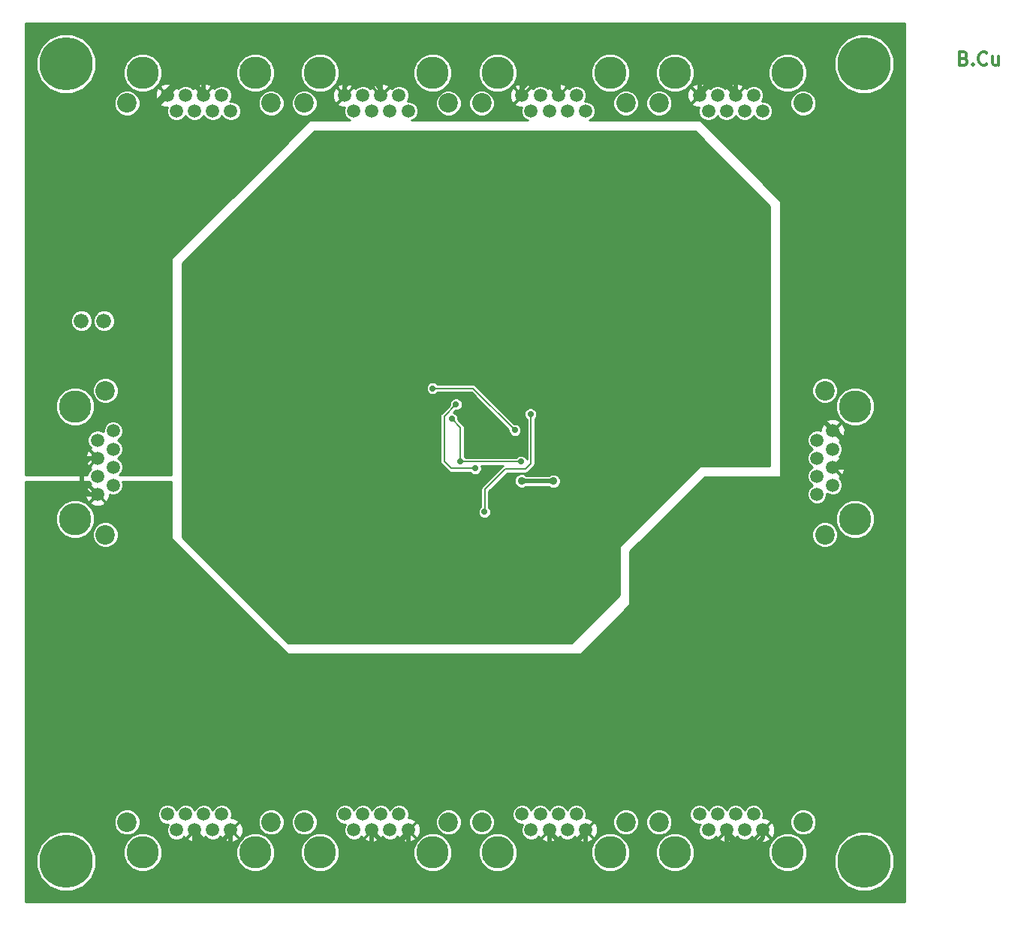
<source format=gbl>
G04 (created by PCBNEW (2013-07-07 BZR 4022)-stable) date 9/18/2013 14:10:39*
%MOIN*%
G04 Gerber Fmt 3.4, Leading zero omitted, Abs format*
%FSLAX34Y34*%
G01*
G70*
G90*
G04 APERTURE LIST*
%ADD10C,0.00590551*%
%ADD11C,0.011811*%
%ADD12C,0.066*%
%ADD13C,0.23622*%
%ADD14C,0.1437*%
%ADD15C,0.0591*%
%ADD16C,0.0866142*%
%ADD17C,0.035*%
%ADD18C,0.0275591*%
%ADD19C,0.019685*%
%ADD20C,0.00787402*%
%ADD21C,0.01*%
G04 APERTURE END LIST*
G54D10*
G54D11*
X53650Y-11957D02*
X53734Y-11985D01*
X53762Y-12013D01*
X53790Y-12069D01*
X53790Y-12154D01*
X53762Y-12210D01*
X53734Y-12238D01*
X53678Y-12266D01*
X53453Y-12266D01*
X53453Y-11676D01*
X53650Y-11676D01*
X53706Y-11704D01*
X53734Y-11732D01*
X53762Y-11788D01*
X53762Y-11844D01*
X53734Y-11901D01*
X53706Y-11929D01*
X53650Y-11957D01*
X53453Y-11957D01*
X54043Y-12210D02*
X54071Y-12238D01*
X54043Y-12266D01*
X54015Y-12238D01*
X54043Y-12210D01*
X54043Y-12266D01*
X54662Y-12210D02*
X54634Y-12238D01*
X54550Y-12266D01*
X54493Y-12266D01*
X54409Y-12238D01*
X54353Y-12182D01*
X54325Y-12125D01*
X54296Y-12013D01*
X54296Y-11929D01*
X54325Y-11816D01*
X54353Y-11760D01*
X54409Y-11704D01*
X54493Y-11676D01*
X54550Y-11676D01*
X54634Y-11704D01*
X54662Y-11732D01*
X55168Y-11872D02*
X55168Y-12266D01*
X54915Y-11872D02*
X54915Y-12182D01*
X54943Y-12238D01*
X55000Y-12266D01*
X55084Y-12266D01*
X55140Y-12238D01*
X55168Y-12210D01*
G54D12*
X14460Y-23622D03*
X15460Y-23622D03*
G54D13*
X13779Y-47637D03*
X49212Y-47637D03*
X49212Y-12204D03*
X13779Y-12204D03*
G54D14*
X40807Y-12598D03*
X45807Y-12598D03*
G54D15*
X41901Y-13598D03*
X42303Y-14299D03*
X42704Y-13598D03*
X43106Y-14299D03*
X43507Y-13598D03*
X43909Y-14299D03*
X44311Y-13598D03*
X44712Y-14299D03*
G54D16*
X40106Y-13948D03*
X46507Y-13948D03*
G54D14*
X32933Y-12598D03*
X37933Y-12598D03*
G54D15*
X34027Y-13598D03*
X34429Y-14299D03*
X34830Y-13598D03*
X35232Y-14299D03*
X35633Y-13598D03*
X36035Y-14299D03*
X36437Y-13598D03*
X36838Y-14299D03*
G54D16*
X32232Y-13948D03*
X38633Y-13948D03*
G54D14*
X25059Y-12598D03*
X30059Y-12598D03*
G54D15*
X26153Y-13598D03*
X26555Y-14299D03*
X26956Y-13598D03*
X27358Y-14299D03*
X27759Y-13598D03*
X28161Y-14299D03*
X28562Y-13598D03*
X28964Y-14299D03*
G54D16*
X24358Y-13948D03*
X30759Y-13948D03*
G54D14*
X17185Y-12598D03*
X22185Y-12598D03*
G54D15*
X18279Y-13598D03*
X18681Y-14299D03*
X19082Y-13598D03*
X19484Y-14299D03*
X19885Y-13598D03*
X20287Y-14299D03*
X20688Y-13598D03*
X21090Y-14299D03*
G54D16*
X16484Y-13948D03*
X22885Y-13948D03*
G54D14*
X48818Y-27421D03*
X48818Y-32421D03*
G54D15*
X47818Y-28515D03*
X47118Y-28917D03*
X47818Y-29318D03*
X47118Y-29720D03*
X47818Y-30122D03*
X47118Y-30523D03*
X47818Y-30925D03*
X47118Y-31326D03*
G54D16*
X47468Y-26720D03*
X47468Y-33122D03*
G54D14*
X14173Y-32421D03*
X14173Y-27421D03*
G54D15*
X15173Y-31326D03*
X15874Y-30925D03*
X15173Y-30523D03*
X15874Y-30122D03*
X15173Y-29720D03*
X15874Y-29318D03*
X15173Y-28917D03*
X15874Y-28515D03*
G54D16*
X15523Y-33122D03*
X15523Y-26720D03*
G54D14*
X45807Y-47244D03*
X40807Y-47244D03*
G54D15*
X44712Y-46244D03*
X44311Y-45543D03*
X43909Y-46244D03*
X43507Y-45543D03*
X43106Y-46244D03*
X42704Y-45543D03*
X42303Y-46244D03*
X41901Y-45543D03*
G54D16*
X46507Y-45893D03*
X40106Y-45893D03*
G54D14*
X37933Y-47244D03*
X32933Y-47244D03*
G54D15*
X36838Y-46244D03*
X36437Y-45543D03*
X36035Y-46244D03*
X35633Y-45543D03*
X35232Y-46244D03*
X34830Y-45543D03*
X34429Y-46244D03*
X34027Y-45543D03*
G54D16*
X38633Y-45893D03*
X32232Y-45893D03*
G54D14*
X30059Y-47244D03*
X25059Y-47244D03*
G54D15*
X28964Y-46244D03*
X28562Y-45543D03*
X28161Y-46244D03*
X27759Y-45543D03*
X27358Y-46244D03*
X26956Y-45543D03*
X26555Y-46244D03*
X26153Y-45543D03*
G54D16*
X30759Y-45893D03*
X24358Y-45893D03*
G54D14*
X22185Y-47244D03*
X17185Y-47244D03*
G54D15*
X21090Y-46244D03*
X20688Y-45543D03*
X20287Y-46244D03*
X19885Y-45543D03*
X19484Y-46244D03*
X19082Y-45543D03*
X18681Y-46244D03*
X18279Y-45543D03*
G54D16*
X22885Y-45893D03*
X16484Y-45893D03*
G54D17*
X41417Y-33110D03*
X40511Y-33070D03*
X40944Y-32637D03*
X42322Y-33858D03*
X34000Y-30730D03*
X35415Y-30745D03*
G54D18*
X31945Y-30180D03*
X31090Y-27330D03*
X30900Y-27970D03*
X33965Y-29875D03*
X31280Y-29860D03*
X30050Y-26620D03*
X33710Y-28475D03*
X34400Y-27760D03*
X32355Y-32115D03*
G54D17*
X37244Y-33070D03*
X36574Y-33070D03*
X36574Y-32401D03*
X29921Y-27952D03*
X35433Y-33858D03*
G54D19*
X47818Y-30122D02*
X48822Y-30122D01*
X48822Y-30122D02*
X50000Y-31299D01*
X50000Y-31299D02*
X50000Y-33070D01*
X50000Y-33070D02*
X49212Y-33858D01*
X49212Y-33858D02*
X42322Y-33858D01*
X18279Y-13598D02*
X18126Y-13598D01*
X18126Y-13598D02*
X12975Y-18750D01*
X19885Y-13598D02*
X19885Y-13495D01*
X18279Y-13400D02*
X18279Y-13598D01*
X18840Y-12840D02*
X18279Y-13400D01*
X19230Y-12840D02*
X18840Y-12840D01*
X19885Y-13495D02*
X19230Y-12840D01*
X26153Y-13598D02*
X26153Y-11843D01*
X19885Y-13069D02*
X19885Y-13598D01*
X21600Y-11355D02*
X19885Y-13069D01*
X25665Y-11355D02*
X21600Y-11355D01*
X26153Y-11843D02*
X25665Y-11355D01*
X27759Y-13598D02*
X27759Y-13299D01*
X26153Y-13206D02*
X26153Y-13598D01*
X26550Y-12810D02*
X26153Y-13206D01*
X27270Y-12810D02*
X26550Y-12810D01*
X27759Y-13299D02*
X27270Y-12810D01*
X34027Y-13598D02*
X34027Y-12037D01*
X27759Y-12750D02*
X27759Y-13598D01*
X29080Y-11430D02*
X27759Y-12750D01*
X33420Y-11430D02*
X29080Y-11430D01*
X34027Y-12037D02*
X33420Y-11430D01*
X35633Y-13598D02*
X35633Y-13373D01*
X34027Y-13312D02*
X34027Y-13598D01*
X34515Y-12825D02*
X34027Y-13312D01*
X35085Y-12825D02*
X34515Y-12825D01*
X35633Y-13373D02*
X35085Y-12825D01*
X41901Y-13598D02*
X41901Y-11558D01*
X35633Y-12936D02*
X35633Y-13598D01*
X37320Y-11250D02*
X35633Y-12936D01*
X41593Y-11250D02*
X37320Y-11250D01*
X41901Y-11558D02*
X41593Y-11250D01*
X43507Y-13598D02*
X43507Y-13432D01*
X41901Y-13448D02*
X41901Y-13598D01*
X42465Y-12885D02*
X41901Y-13448D01*
X42960Y-12885D02*
X42465Y-12885D01*
X43507Y-13432D02*
X42960Y-12885D01*
X47818Y-28515D02*
X47818Y-28468D01*
X43507Y-12847D02*
X43507Y-13598D01*
X44865Y-11490D02*
X43507Y-12847D01*
X46440Y-11490D02*
X44865Y-11490D01*
X47385Y-12435D02*
X46440Y-11490D01*
X47385Y-15060D02*
X47385Y-12435D01*
X46680Y-15765D02*
X47385Y-15060D01*
X46680Y-27330D02*
X46680Y-15765D01*
X47818Y-28468D02*
X46680Y-27330D01*
X47818Y-28515D02*
X47940Y-28515D01*
X48087Y-30122D02*
X47818Y-30122D01*
X48525Y-29685D02*
X48087Y-30122D01*
X48525Y-29100D02*
X48525Y-29685D01*
X47940Y-28515D02*
X48525Y-29100D01*
X19484Y-46955D02*
X19484Y-46244D01*
X17975Y-48465D02*
X19484Y-46955D01*
X16435Y-48465D02*
X17975Y-48465D01*
X15820Y-47850D02*
X16435Y-48465D01*
X15820Y-46815D02*
X15820Y-47850D01*
X12835Y-43830D02*
X15820Y-46815D01*
X12835Y-32105D02*
X12835Y-43830D01*
X44150Y-46950D02*
X44355Y-46950D01*
X43106Y-46476D02*
X43580Y-46950D01*
X43580Y-46950D02*
X44150Y-46950D01*
X43106Y-46244D02*
X43106Y-46476D01*
X44712Y-46592D02*
X44712Y-46244D01*
X44355Y-46950D02*
X44712Y-46592D01*
X36838Y-46244D02*
X36838Y-47738D01*
X43106Y-46903D02*
X43106Y-46244D01*
X41650Y-48360D02*
X43106Y-46903D01*
X37460Y-48360D02*
X41650Y-48360D01*
X36838Y-47738D02*
X37460Y-48360D01*
X35232Y-46244D02*
X35232Y-46317D01*
X36838Y-46381D02*
X36838Y-46244D01*
X36270Y-46950D02*
X36838Y-46381D01*
X35865Y-46950D02*
X36270Y-46950D01*
X35232Y-46317D02*
X35865Y-46950D01*
X28964Y-46244D02*
X28964Y-47884D01*
X35232Y-46892D02*
X35232Y-46244D01*
X33825Y-48300D02*
X35232Y-46892D01*
X29380Y-48300D02*
X33825Y-48300D01*
X28964Y-47884D02*
X29380Y-48300D01*
X27358Y-46244D02*
X27358Y-46303D01*
X28964Y-46415D02*
X28964Y-46244D01*
X28510Y-46870D02*
X28964Y-46415D01*
X27925Y-46870D02*
X28510Y-46870D01*
X27358Y-46303D02*
X27925Y-46870D01*
X21090Y-46244D02*
X21090Y-47850D01*
X27358Y-47101D02*
X27358Y-46244D01*
X26115Y-48345D02*
X27358Y-47101D01*
X21585Y-48345D02*
X26115Y-48345D01*
X21090Y-47850D02*
X21585Y-48345D01*
X19484Y-46244D02*
X19484Y-46514D01*
X19484Y-46514D02*
X19940Y-46970D01*
X19940Y-46970D02*
X20500Y-46970D01*
X20500Y-46970D02*
X21090Y-46379D01*
X21090Y-46379D02*
X21090Y-46244D01*
X12975Y-18750D02*
X12975Y-28455D01*
X13613Y-31326D02*
X12835Y-32105D01*
X12975Y-28455D02*
X14240Y-29720D01*
X14240Y-29720D02*
X15173Y-29720D01*
X15173Y-31326D02*
X13613Y-31326D01*
X15173Y-31326D02*
X14806Y-31326D01*
X14806Y-31326D02*
X14470Y-30990D01*
X14470Y-30990D02*
X14470Y-30050D01*
X14470Y-30050D02*
X14799Y-29720D01*
X14799Y-29720D02*
X15173Y-29720D01*
X34000Y-30730D02*
X34015Y-30745D01*
X34015Y-30745D02*
X35415Y-30745D01*
G54D20*
X30875Y-30180D02*
X31945Y-30180D01*
X30570Y-29875D02*
X30875Y-30180D01*
X30570Y-27850D02*
X30570Y-29875D01*
X31090Y-27330D02*
X30570Y-27850D01*
X31280Y-28350D02*
X31280Y-29860D01*
X30900Y-27970D02*
X31280Y-28350D01*
X31295Y-29875D02*
X33965Y-29875D01*
X31280Y-29860D02*
X31295Y-29875D01*
X31855Y-26620D02*
X30050Y-26620D01*
X33710Y-28475D02*
X31855Y-26620D01*
X34400Y-27760D02*
X34420Y-27780D01*
X34420Y-27780D02*
X34420Y-29960D01*
X34420Y-29960D02*
X34180Y-30200D01*
X34180Y-30200D02*
X33290Y-30200D01*
X33290Y-30200D02*
X32375Y-31115D01*
X32375Y-31115D02*
X32375Y-32095D01*
X32375Y-32095D02*
X32355Y-32115D01*
G54D19*
X32480Y-32874D02*
X34448Y-32874D01*
X32480Y-32874D02*
X30511Y-32874D01*
X30511Y-32874D02*
X29921Y-32283D01*
X29921Y-32283D02*
X29921Y-27952D01*
X34448Y-32874D02*
X35433Y-33858D01*
G54D10*
G36*
X45028Y-30068D02*
X41908Y-30068D01*
X38335Y-33640D01*
X38335Y-35806D01*
X36199Y-37942D01*
X36023Y-37942D01*
X35738Y-37942D01*
X35738Y-30680D01*
X35689Y-30562D01*
X35598Y-30470D01*
X35479Y-30421D01*
X35350Y-30421D01*
X35232Y-30470D01*
X35204Y-30498D01*
X34686Y-30498D01*
X34686Y-27703D01*
X34642Y-27598D01*
X34562Y-27517D01*
X34457Y-27473D01*
X34343Y-27473D01*
X34238Y-27517D01*
X34157Y-27597D01*
X34113Y-27702D01*
X34113Y-27816D01*
X34157Y-27921D01*
X34232Y-27997D01*
X34232Y-29772D01*
X34207Y-29713D01*
X34127Y-29632D01*
X34022Y-29588D01*
X33996Y-29588D01*
X33996Y-28418D01*
X33952Y-28313D01*
X33872Y-28232D01*
X33767Y-28188D01*
X33689Y-28188D01*
X31987Y-26487D01*
X31926Y-26446D01*
X31855Y-26432D01*
X30266Y-26432D01*
X30212Y-26377D01*
X30107Y-26333D01*
X29993Y-26333D01*
X29888Y-26377D01*
X29807Y-26457D01*
X29763Y-26562D01*
X29763Y-26676D01*
X29807Y-26781D01*
X29887Y-26862D01*
X29992Y-26906D01*
X30106Y-26906D01*
X30211Y-26862D01*
X30267Y-26807D01*
X31777Y-26807D01*
X33423Y-28454D01*
X33423Y-28531D01*
X33467Y-28636D01*
X33547Y-28717D01*
X33652Y-28761D01*
X33766Y-28761D01*
X33871Y-28717D01*
X33952Y-28637D01*
X33996Y-28532D01*
X33996Y-28418D01*
X33996Y-29588D01*
X33908Y-29588D01*
X33803Y-29632D01*
X33747Y-29687D01*
X31511Y-29687D01*
X31467Y-29642D01*
X31467Y-28350D01*
X31467Y-28349D01*
X31453Y-28278D01*
X31453Y-28278D01*
X31412Y-28217D01*
X31412Y-28217D01*
X31186Y-27990D01*
X31186Y-27913D01*
X31142Y-27808D01*
X31062Y-27727D01*
X30988Y-27696D01*
X31069Y-27616D01*
X31146Y-27616D01*
X31251Y-27572D01*
X31332Y-27492D01*
X31376Y-27387D01*
X31376Y-27273D01*
X31332Y-27168D01*
X31252Y-27087D01*
X31147Y-27043D01*
X31033Y-27043D01*
X30928Y-27087D01*
X30847Y-27167D01*
X30803Y-27272D01*
X30803Y-27350D01*
X30437Y-27717D01*
X30396Y-27778D01*
X30382Y-27850D01*
X30382Y-29875D01*
X30396Y-29946D01*
X30437Y-30007D01*
X30742Y-30312D01*
X30803Y-30353D01*
X30875Y-30367D01*
X31728Y-30367D01*
X31782Y-30422D01*
X31887Y-30466D01*
X32001Y-30466D01*
X32106Y-30422D01*
X32187Y-30342D01*
X32231Y-30237D01*
X32231Y-30123D01*
X32206Y-30062D01*
X33163Y-30062D01*
X33157Y-30067D01*
X33157Y-30067D01*
X32242Y-30982D01*
X32201Y-31043D01*
X32187Y-31115D01*
X32187Y-31878D01*
X32112Y-31952D01*
X32068Y-32057D01*
X32068Y-32171D01*
X32112Y-32276D01*
X32192Y-32357D01*
X32297Y-32401D01*
X32411Y-32401D01*
X32516Y-32357D01*
X32597Y-32277D01*
X32641Y-32172D01*
X32641Y-32058D01*
X32597Y-31953D01*
X32562Y-31918D01*
X32562Y-31192D01*
X33367Y-30387D01*
X34180Y-30387D01*
X34251Y-30373D01*
X34312Y-30332D01*
X34552Y-30092D01*
X34593Y-30031D01*
X34593Y-30031D01*
X34607Y-29960D01*
X34607Y-27956D01*
X34642Y-27922D01*
X34686Y-27817D01*
X34686Y-27703D01*
X34686Y-30498D01*
X34225Y-30498D01*
X34183Y-30455D01*
X34064Y-30406D01*
X33935Y-30406D01*
X33817Y-30455D01*
X33725Y-30546D01*
X33676Y-30665D01*
X33676Y-30794D01*
X33725Y-30912D01*
X33816Y-31004D01*
X33935Y-31053D01*
X34064Y-31053D01*
X34182Y-31004D01*
X34195Y-30991D01*
X35204Y-30991D01*
X35231Y-31019D01*
X35350Y-31068D01*
X35479Y-31068D01*
X35597Y-31019D01*
X35689Y-30928D01*
X35738Y-30809D01*
X35738Y-30680D01*
X35738Y-37942D01*
X23642Y-37942D01*
X18947Y-33247D01*
X18947Y-21083D01*
X24823Y-15207D01*
X41711Y-15207D01*
X45028Y-18524D01*
X45028Y-30068D01*
X45028Y-30068D01*
G37*
G54D21*
X45028Y-30068D02*
X41908Y-30068D01*
X38335Y-33640D01*
X38335Y-35806D01*
X36199Y-37942D01*
X36023Y-37942D01*
X35738Y-37942D01*
X35738Y-30680D01*
X35689Y-30562D01*
X35598Y-30470D01*
X35479Y-30421D01*
X35350Y-30421D01*
X35232Y-30470D01*
X35204Y-30498D01*
X34686Y-30498D01*
X34686Y-27703D01*
X34642Y-27598D01*
X34562Y-27517D01*
X34457Y-27473D01*
X34343Y-27473D01*
X34238Y-27517D01*
X34157Y-27597D01*
X34113Y-27702D01*
X34113Y-27816D01*
X34157Y-27921D01*
X34232Y-27997D01*
X34232Y-29772D01*
X34207Y-29713D01*
X34127Y-29632D01*
X34022Y-29588D01*
X33996Y-29588D01*
X33996Y-28418D01*
X33952Y-28313D01*
X33872Y-28232D01*
X33767Y-28188D01*
X33689Y-28188D01*
X31987Y-26487D01*
X31926Y-26446D01*
X31855Y-26432D01*
X30266Y-26432D01*
X30212Y-26377D01*
X30107Y-26333D01*
X29993Y-26333D01*
X29888Y-26377D01*
X29807Y-26457D01*
X29763Y-26562D01*
X29763Y-26676D01*
X29807Y-26781D01*
X29887Y-26862D01*
X29992Y-26906D01*
X30106Y-26906D01*
X30211Y-26862D01*
X30267Y-26807D01*
X31777Y-26807D01*
X33423Y-28454D01*
X33423Y-28531D01*
X33467Y-28636D01*
X33547Y-28717D01*
X33652Y-28761D01*
X33766Y-28761D01*
X33871Y-28717D01*
X33952Y-28637D01*
X33996Y-28532D01*
X33996Y-28418D01*
X33996Y-29588D01*
X33908Y-29588D01*
X33803Y-29632D01*
X33747Y-29687D01*
X31511Y-29687D01*
X31467Y-29642D01*
X31467Y-28350D01*
X31467Y-28349D01*
X31453Y-28278D01*
X31453Y-28278D01*
X31412Y-28217D01*
X31412Y-28217D01*
X31186Y-27990D01*
X31186Y-27913D01*
X31142Y-27808D01*
X31062Y-27727D01*
X30988Y-27696D01*
X31069Y-27616D01*
X31146Y-27616D01*
X31251Y-27572D01*
X31332Y-27492D01*
X31376Y-27387D01*
X31376Y-27273D01*
X31332Y-27168D01*
X31252Y-27087D01*
X31147Y-27043D01*
X31033Y-27043D01*
X30928Y-27087D01*
X30847Y-27167D01*
X30803Y-27272D01*
X30803Y-27350D01*
X30437Y-27717D01*
X30396Y-27778D01*
X30382Y-27850D01*
X30382Y-29875D01*
X30396Y-29946D01*
X30437Y-30007D01*
X30742Y-30312D01*
X30803Y-30353D01*
X30875Y-30367D01*
X31728Y-30367D01*
X31782Y-30422D01*
X31887Y-30466D01*
X32001Y-30466D01*
X32106Y-30422D01*
X32187Y-30342D01*
X32231Y-30237D01*
X32231Y-30123D01*
X32206Y-30062D01*
X33163Y-30062D01*
X33157Y-30067D01*
X33157Y-30067D01*
X32242Y-30982D01*
X32201Y-31043D01*
X32187Y-31115D01*
X32187Y-31878D01*
X32112Y-31952D01*
X32068Y-32057D01*
X32068Y-32171D01*
X32112Y-32276D01*
X32192Y-32357D01*
X32297Y-32401D01*
X32411Y-32401D01*
X32516Y-32357D01*
X32597Y-32277D01*
X32641Y-32172D01*
X32641Y-32058D01*
X32597Y-31953D01*
X32562Y-31918D01*
X32562Y-31192D01*
X33367Y-30387D01*
X34180Y-30387D01*
X34251Y-30373D01*
X34312Y-30332D01*
X34552Y-30092D01*
X34593Y-30031D01*
X34593Y-30031D01*
X34607Y-29960D01*
X34607Y-27956D01*
X34642Y-27922D01*
X34686Y-27817D01*
X34686Y-27703D01*
X34686Y-30498D01*
X34225Y-30498D01*
X34183Y-30455D01*
X34064Y-30406D01*
X33935Y-30406D01*
X33817Y-30455D01*
X33725Y-30546D01*
X33676Y-30665D01*
X33676Y-30794D01*
X33725Y-30912D01*
X33816Y-31004D01*
X33935Y-31053D01*
X34064Y-31053D01*
X34182Y-31004D01*
X34195Y-30991D01*
X35204Y-30991D01*
X35231Y-31019D01*
X35350Y-31068D01*
X35479Y-31068D01*
X35597Y-31019D01*
X35689Y-30928D01*
X35738Y-30809D01*
X35738Y-30680D01*
X35738Y-37942D01*
X23642Y-37942D01*
X18947Y-33247D01*
X18947Y-21083D01*
X24823Y-15207D01*
X41711Y-15207D01*
X45028Y-18524D01*
X45028Y-30068D01*
G54D10*
G36*
X51012Y-49438D02*
X50542Y-49438D01*
X50542Y-47374D01*
X50542Y-11941D01*
X50340Y-11452D01*
X49966Y-11078D01*
X49478Y-10875D01*
X48949Y-10874D01*
X48460Y-11076D01*
X48086Y-11450D01*
X47883Y-11939D01*
X47882Y-12468D01*
X48084Y-12956D01*
X48458Y-13331D01*
X48946Y-13534D01*
X49475Y-13534D01*
X49964Y-13332D01*
X50339Y-12958D01*
X50541Y-12470D01*
X50542Y-11941D01*
X50542Y-47374D01*
X50340Y-46885D01*
X49966Y-46511D01*
X49685Y-46394D01*
X49685Y-32249D01*
X49685Y-27249D01*
X49554Y-26930D01*
X49310Y-26686D01*
X48992Y-26554D01*
X48647Y-26554D01*
X48328Y-26685D01*
X48084Y-26929D01*
X48050Y-27012D01*
X48050Y-26605D01*
X47961Y-26391D01*
X47798Y-26227D01*
X47584Y-26139D01*
X47353Y-26138D01*
X47139Y-26227D01*
X47089Y-26277D01*
X47089Y-13833D01*
X47001Y-13619D01*
X46837Y-13456D01*
X46674Y-13388D01*
X46674Y-12426D01*
X46542Y-12107D01*
X46298Y-11863D01*
X45980Y-11731D01*
X45635Y-11731D01*
X45316Y-11863D01*
X45072Y-12106D01*
X44940Y-12425D01*
X44940Y-12770D01*
X45071Y-13088D01*
X45315Y-13332D01*
X45633Y-13465D01*
X45978Y-13465D01*
X46297Y-13333D01*
X46541Y-13090D01*
X46673Y-12771D01*
X46674Y-12426D01*
X46674Y-13388D01*
X46624Y-13367D01*
X46392Y-13367D01*
X46178Y-13455D01*
X46015Y-13618D01*
X45926Y-13832D01*
X45926Y-14063D01*
X46014Y-14277D01*
X46178Y-14441D01*
X46391Y-14530D01*
X46623Y-14530D01*
X46836Y-14442D01*
X47000Y-14278D01*
X47089Y-14064D01*
X47089Y-13833D01*
X47089Y-26277D01*
X46975Y-26390D01*
X46887Y-26604D01*
X46886Y-26835D01*
X46975Y-27049D01*
X47138Y-27213D01*
X47352Y-27301D01*
X47583Y-27302D01*
X47797Y-27213D01*
X47961Y-27050D01*
X48049Y-26836D01*
X48050Y-26605D01*
X48050Y-27012D01*
X47952Y-27248D01*
X47951Y-27592D01*
X48083Y-27911D01*
X48327Y-28155D01*
X48645Y-28288D01*
X48990Y-28288D01*
X49309Y-28156D01*
X49553Y-27912D01*
X49685Y-27594D01*
X49685Y-27249D01*
X49685Y-32249D01*
X49554Y-31930D01*
X49310Y-31686D01*
X48992Y-31554D01*
X48647Y-31554D01*
X48366Y-31670D01*
X48366Y-30026D01*
X48366Y-28419D01*
X48288Y-28217D01*
X48274Y-28196D01*
X48174Y-28173D01*
X48161Y-28185D01*
X48161Y-28160D01*
X48138Y-28060D01*
X47939Y-27972D01*
X47722Y-27967D01*
X47520Y-28046D01*
X47499Y-28060D01*
X47476Y-28160D01*
X47818Y-28502D01*
X48161Y-28160D01*
X48161Y-28185D01*
X47831Y-28515D01*
X48174Y-28858D01*
X48274Y-28835D01*
X48361Y-28636D01*
X48366Y-28419D01*
X48366Y-30026D01*
X48288Y-29823D01*
X48274Y-29802D01*
X48174Y-29779D01*
X47831Y-30122D01*
X48174Y-30464D01*
X48274Y-30441D01*
X48361Y-30243D01*
X48366Y-30026D01*
X48366Y-31670D01*
X48328Y-31685D01*
X48262Y-31751D01*
X48262Y-30837D01*
X48195Y-30674D01*
X48114Y-30592D01*
X48117Y-30591D01*
X48138Y-30577D01*
X48161Y-30477D01*
X47818Y-30134D01*
X47813Y-30140D01*
X47800Y-30127D01*
X47806Y-30122D01*
X47800Y-30116D01*
X47813Y-30103D01*
X47818Y-30109D01*
X48161Y-29766D01*
X48138Y-29666D01*
X48110Y-29654D01*
X48195Y-29570D01*
X48262Y-29407D01*
X48262Y-29230D01*
X48195Y-29067D01*
X48114Y-28986D01*
X48117Y-28985D01*
X48138Y-28970D01*
X48161Y-28871D01*
X47818Y-28528D01*
X47813Y-28534D01*
X47800Y-28521D01*
X47806Y-28515D01*
X47463Y-28173D01*
X47363Y-28196D01*
X47276Y-28394D01*
X47273Y-28501D01*
X47206Y-28473D01*
X47030Y-28473D01*
X46866Y-28540D01*
X46741Y-28665D01*
X46674Y-28828D01*
X46674Y-29005D01*
X46741Y-29168D01*
X46866Y-29293D01*
X46927Y-29318D01*
X46866Y-29343D01*
X46741Y-29468D01*
X46674Y-29631D01*
X46674Y-29808D01*
X46741Y-29971D01*
X46866Y-30096D01*
X46927Y-30122D01*
X46866Y-30147D01*
X46741Y-30271D01*
X46674Y-30434D01*
X46674Y-30611D01*
X46741Y-30774D01*
X46866Y-30899D01*
X46927Y-30925D01*
X46866Y-30950D01*
X46741Y-31074D01*
X46674Y-31238D01*
X46674Y-31414D01*
X46741Y-31577D01*
X46866Y-31702D01*
X47029Y-31770D01*
X47206Y-31770D01*
X47369Y-31703D01*
X47494Y-31578D01*
X47561Y-31415D01*
X47562Y-31296D01*
X47567Y-31301D01*
X47730Y-31369D01*
X47906Y-31369D01*
X48070Y-31301D01*
X48195Y-31176D01*
X48262Y-31013D01*
X48262Y-30837D01*
X48262Y-31751D01*
X48084Y-31929D01*
X47952Y-32248D01*
X47951Y-32592D01*
X48083Y-32911D01*
X48327Y-33155D01*
X48645Y-33288D01*
X48990Y-33288D01*
X49309Y-33156D01*
X49553Y-32912D01*
X49685Y-32594D01*
X49685Y-32249D01*
X49685Y-46394D01*
X49478Y-46308D01*
X48949Y-46308D01*
X48460Y-46510D01*
X48086Y-46883D01*
X48050Y-46970D01*
X48050Y-33006D01*
X47961Y-32793D01*
X47798Y-32629D01*
X47584Y-32540D01*
X47353Y-32540D01*
X47139Y-32628D01*
X46975Y-32792D01*
X46887Y-33005D01*
X46886Y-33237D01*
X46975Y-33451D01*
X47138Y-33614D01*
X47352Y-33703D01*
X47583Y-33703D01*
X47797Y-33615D01*
X47961Y-33451D01*
X48049Y-33238D01*
X48050Y-33006D01*
X48050Y-46970D01*
X47883Y-47372D01*
X47882Y-47901D01*
X48084Y-48389D01*
X48458Y-48764D01*
X48946Y-48967D01*
X49475Y-48967D01*
X49964Y-48765D01*
X50339Y-48391D01*
X50541Y-47903D01*
X50542Y-47374D01*
X50542Y-49438D01*
X47089Y-49438D01*
X47089Y-45778D01*
X47001Y-45564D01*
X46837Y-45401D01*
X46624Y-45312D01*
X46392Y-45312D01*
X46178Y-45400D01*
X46015Y-45563D01*
X45926Y-45777D01*
X45926Y-46008D01*
X46014Y-46222D01*
X46178Y-46386D01*
X46391Y-46475D01*
X46623Y-46475D01*
X46836Y-46386D01*
X47000Y-46223D01*
X47089Y-46009D01*
X47089Y-45778D01*
X47089Y-49438D01*
X46674Y-49438D01*
X46674Y-47072D01*
X46542Y-46753D01*
X46298Y-46509D01*
X45980Y-46377D01*
X45635Y-46377D01*
X45316Y-46508D01*
X45260Y-46564D01*
X45260Y-46148D01*
X45182Y-45945D01*
X45167Y-45924D01*
X45068Y-45901D01*
X45055Y-45914D01*
X45055Y-45888D01*
X45032Y-45788D01*
X44833Y-45701D01*
X44727Y-45698D01*
X44754Y-45631D01*
X44755Y-45455D01*
X44687Y-45292D01*
X44562Y-45167D01*
X44399Y-45099D01*
X44223Y-45099D01*
X44059Y-45166D01*
X43934Y-45291D01*
X43909Y-45352D01*
X43884Y-45292D01*
X43759Y-45167D01*
X43596Y-45099D01*
X43419Y-45099D01*
X43256Y-45166D01*
X43131Y-45291D01*
X43106Y-45352D01*
X43081Y-45292D01*
X42956Y-45167D01*
X42793Y-45099D01*
X42616Y-45099D01*
X42453Y-45166D01*
X42328Y-45291D01*
X42303Y-45352D01*
X42278Y-45292D01*
X42153Y-45167D01*
X41990Y-45099D01*
X41813Y-45099D01*
X41650Y-45166D01*
X41525Y-45291D01*
X41457Y-45454D01*
X41457Y-45631D01*
X41525Y-45794D01*
X41649Y-45919D01*
X41812Y-45987D01*
X41932Y-45987D01*
X41927Y-45992D01*
X41859Y-46155D01*
X41859Y-46332D01*
X41926Y-46495D01*
X42051Y-46620D01*
X42214Y-46687D01*
X42391Y-46688D01*
X42554Y-46620D01*
X42635Y-46539D01*
X42636Y-46542D01*
X42651Y-46563D01*
X42750Y-46586D01*
X43093Y-46244D01*
X43087Y-46238D01*
X43100Y-46225D01*
X43106Y-46231D01*
X43111Y-46225D01*
X43124Y-46238D01*
X43119Y-46244D01*
X43461Y-46586D01*
X43561Y-46563D01*
X43573Y-46536D01*
X43657Y-46620D01*
X43820Y-46687D01*
X43997Y-46688D01*
X44160Y-46620D01*
X44242Y-46539D01*
X44243Y-46542D01*
X44257Y-46563D01*
X44357Y-46586D01*
X44699Y-46244D01*
X44694Y-46238D01*
X44707Y-46225D01*
X44712Y-46231D01*
X45055Y-45888D01*
X45055Y-45914D01*
X44725Y-46244D01*
X45068Y-46586D01*
X45167Y-46563D01*
X45255Y-46365D01*
X45260Y-46148D01*
X45260Y-46564D01*
X45072Y-46752D01*
X45055Y-46794D01*
X45055Y-46599D01*
X44712Y-46256D01*
X44369Y-46599D01*
X44393Y-46699D01*
X44591Y-46786D01*
X44808Y-46791D01*
X45010Y-46713D01*
X45032Y-46699D01*
X45055Y-46599D01*
X45055Y-46794D01*
X44940Y-47070D01*
X44940Y-47415D01*
X45071Y-47734D01*
X45315Y-47978D01*
X45633Y-48110D01*
X45978Y-48111D01*
X46297Y-47979D01*
X46541Y-47735D01*
X46673Y-47417D01*
X46674Y-47072D01*
X46674Y-49438D01*
X43448Y-49438D01*
X43448Y-46599D01*
X43106Y-46256D01*
X42763Y-46599D01*
X42786Y-46699D01*
X42985Y-46786D01*
X43202Y-46791D01*
X43404Y-46713D01*
X43425Y-46699D01*
X43448Y-46599D01*
X43448Y-49438D01*
X41674Y-49438D01*
X41674Y-47072D01*
X41542Y-46753D01*
X41298Y-46509D01*
X40980Y-46377D01*
X40687Y-46377D01*
X40687Y-45778D01*
X40599Y-45564D01*
X40436Y-45401D01*
X40222Y-45312D01*
X39991Y-45312D01*
X39777Y-45400D01*
X39613Y-45563D01*
X39524Y-45777D01*
X39524Y-46008D01*
X39613Y-46222D01*
X39776Y-46386D01*
X39990Y-46475D01*
X40221Y-46475D01*
X40435Y-46386D01*
X40598Y-46223D01*
X40687Y-46009D01*
X40687Y-45778D01*
X40687Y-46377D01*
X40635Y-46377D01*
X40316Y-46508D01*
X40072Y-46752D01*
X39940Y-47070D01*
X39940Y-47415D01*
X40071Y-47734D01*
X40315Y-47978D01*
X40633Y-48110D01*
X40978Y-48111D01*
X41297Y-47979D01*
X41541Y-47735D01*
X41673Y-47417D01*
X41674Y-47072D01*
X41674Y-49438D01*
X39215Y-49438D01*
X39215Y-45778D01*
X39127Y-45564D01*
X38963Y-45401D01*
X38750Y-45312D01*
X38518Y-45312D01*
X38304Y-45400D01*
X38141Y-45563D01*
X38052Y-45777D01*
X38052Y-46008D01*
X38140Y-46222D01*
X38304Y-46386D01*
X38517Y-46475D01*
X38749Y-46475D01*
X38962Y-46386D01*
X39126Y-46223D01*
X39215Y-46009D01*
X39215Y-45778D01*
X39215Y-49438D01*
X38800Y-49438D01*
X38800Y-47072D01*
X38668Y-46753D01*
X38424Y-46509D01*
X38106Y-46377D01*
X37761Y-46377D01*
X37442Y-46508D01*
X37386Y-46564D01*
X37386Y-46148D01*
X37308Y-45945D01*
X37293Y-45924D01*
X37194Y-45901D01*
X37181Y-45914D01*
X37181Y-45888D01*
X37158Y-45788D01*
X36959Y-45701D01*
X36853Y-45698D01*
X36880Y-45631D01*
X36881Y-45455D01*
X36813Y-45292D01*
X36688Y-45167D01*
X36525Y-45099D01*
X36349Y-45099D01*
X36185Y-45166D01*
X36060Y-45291D01*
X36035Y-45352D01*
X36010Y-45292D01*
X35885Y-45167D01*
X35722Y-45099D01*
X35545Y-45099D01*
X35382Y-45166D01*
X35257Y-45291D01*
X35232Y-45352D01*
X35207Y-45292D01*
X35082Y-45167D01*
X34919Y-45099D01*
X34742Y-45099D01*
X34579Y-45166D01*
X34454Y-45291D01*
X34429Y-45352D01*
X34404Y-45292D01*
X34279Y-45167D01*
X34116Y-45099D01*
X33939Y-45099D01*
X33776Y-45166D01*
X33651Y-45291D01*
X33583Y-45454D01*
X33583Y-45631D01*
X33650Y-45794D01*
X33775Y-45919D01*
X33938Y-45987D01*
X34058Y-45987D01*
X34053Y-45992D01*
X33985Y-46155D01*
X33985Y-46332D01*
X34052Y-46495D01*
X34177Y-46620D01*
X34340Y-46687D01*
X34517Y-46688D01*
X34680Y-46620D01*
X34761Y-46539D01*
X34762Y-46542D01*
X34777Y-46563D01*
X34876Y-46586D01*
X35219Y-46244D01*
X35213Y-46238D01*
X35226Y-46225D01*
X35232Y-46231D01*
X35237Y-46225D01*
X35250Y-46238D01*
X35245Y-46244D01*
X35587Y-46586D01*
X35687Y-46563D01*
X35699Y-46536D01*
X35783Y-46620D01*
X35946Y-46687D01*
X36123Y-46688D01*
X36286Y-46620D01*
X36367Y-46539D01*
X36369Y-46542D01*
X36383Y-46563D01*
X36483Y-46586D01*
X36825Y-46244D01*
X36820Y-46238D01*
X36833Y-46225D01*
X36838Y-46231D01*
X37181Y-45888D01*
X37181Y-45914D01*
X36851Y-46244D01*
X37194Y-46586D01*
X37293Y-46563D01*
X37381Y-46365D01*
X37386Y-46148D01*
X37386Y-46564D01*
X37198Y-46752D01*
X37181Y-46794D01*
X37181Y-46599D01*
X36838Y-46256D01*
X36495Y-46599D01*
X36519Y-46699D01*
X36717Y-46786D01*
X36934Y-46791D01*
X37136Y-46713D01*
X37158Y-46699D01*
X37181Y-46599D01*
X37181Y-46794D01*
X37066Y-47070D01*
X37065Y-47415D01*
X37197Y-47734D01*
X37441Y-47978D01*
X37759Y-48110D01*
X38104Y-48111D01*
X38423Y-47979D01*
X38667Y-47735D01*
X38799Y-47417D01*
X38800Y-47072D01*
X38800Y-49438D01*
X35574Y-49438D01*
X35574Y-46599D01*
X35232Y-46256D01*
X34889Y-46599D01*
X34912Y-46699D01*
X35111Y-46786D01*
X35328Y-46791D01*
X35530Y-46713D01*
X35551Y-46699D01*
X35574Y-46599D01*
X35574Y-49438D01*
X33800Y-49438D01*
X33800Y-47072D01*
X33668Y-46753D01*
X33424Y-46509D01*
X33106Y-46377D01*
X32813Y-46377D01*
X32813Y-45778D01*
X32725Y-45564D01*
X32562Y-45401D01*
X32348Y-45312D01*
X32117Y-45312D01*
X31903Y-45400D01*
X31739Y-45563D01*
X31650Y-45777D01*
X31650Y-46008D01*
X31739Y-46222D01*
X31902Y-46386D01*
X32116Y-46475D01*
X32347Y-46475D01*
X32561Y-46386D01*
X32724Y-46223D01*
X32813Y-46009D01*
X32813Y-45778D01*
X32813Y-46377D01*
X32761Y-46377D01*
X32442Y-46508D01*
X32198Y-46752D01*
X32066Y-47070D01*
X32065Y-47415D01*
X32197Y-47734D01*
X32441Y-47978D01*
X32759Y-48110D01*
X33104Y-48111D01*
X33423Y-47979D01*
X33667Y-47735D01*
X33799Y-47417D01*
X33800Y-47072D01*
X33800Y-49438D01*
X31341Y-49438D01*
X31341Y-45778D01*
X31253Y-45564D01*
X31089Y-45401D01*
X30876Y-45312D01*
X30644Y-45312D01*
X30430Y-45400D01*
X30267Y-45563D01*
X30178Y-45777D01*
X30178Y-46008D01*
X30266Y-46222D01*
X30430Y-46386D01*
X30643Y-46475D01*
X30875Y-46475D01*
X31088Y-46386D01*
X31252Y-46223D01*
X31341Y-46009D01*
X31341Y-45778D01*
X31341Y-49438D01*
X30926Y-49438D01*
X30926Y-47072D01*
X30794Y-46753D01*
X30550Y-46509D01*
X30232Y-46377D01*
X29887Y-46377D01*
X29568Y-46508D01*
X29512Y-46564D01*
X29512Y-46148D01*
X29433Y-45945D01*
X29419Y-45924D01*
X29320Y-45901D01*
X29307Y-45914D01*
X29307Y-45888D01*
X29284Y-45788D01*
X29085Y-45701D01*
X28979Y-45698D01*
X29006Y-45631D01*
X29006Y-45455D01*
X28939Y-45292D01*
X28814Y-45167D01*
X28651Y-45099D01*
X28475Y-45099D01*
X28311Y-45166D01*
X28186Y-45291D01*
X28161Y-45352D01*
X28136Y-45292D01*
X28011Y-45167D01*
X27848Y-45099D01*
X27671Y-45099D01*
X27508Y-45166D01*
X27383Y-45291D01*
X27358Y-45352D01*
X27333Y-45292D01*
X27208Y-45167D01*
X27045Y-45099D01*
X26868Y-45099D01*
X26705Y-45166D01*
X26580Y-45291D01*
X26555Y-45352D01*
X26530Y-45292D01*
X26405Y-45167D01*
X26242Y-45099D01*
X26065Y-45099D01*
X25902Y-45166D01*
X25777Y-45291D01*
X25709Y-45454D01*
X25709Y-45631D01*
X25776Y-45794D01*
X25901Y-45919D01*
X26064Y-45987D01*
X26184Y-45987D01*
X26178Y-45992D01*
X26111Y-46155D01*
X26111Y-46332D01*
X26178Y-46495D01*
X26303Y-46620D01*
X26466Y-46687D01*
X26643Y-46688D01*
X26806Y-46620D01*
X26887Y-46539D01*
X26888Y-46542D01*
X26903Y-46563D01*
X27002Y-46586D01*
X27345Y-46244D01*
X27339Y-46238D01*
X27352Y-46225D01*
X27358Y-46231D01*
X27363Y-46225D01*
X27376Y-46238D01*
X27371Y-46244D01*
X27713Y-46586D01*
X27813Y-46563D01*
X27825Y-46536D01*
X27909Y-46620D01*
X28072Y-46687D01*
X28249Y-46688D01*
X28412Y-46620D01*
X28493Y-46539D01*
X28495Y-46542D01*
X28509Y-46563D01*
X28609Y-46586D01*
X28951Y-46244D01*
X28946Y-46238D01*
X28958Y-46225D01*
X28964Y-46231D01*
X29307Y-45888D01*
X29307Y-45914D01*
X28977Y-46244D01*
X29320Y-46586D01*
X29419Y-46563D01*
X29507Y-46365D01*
X29512Y-46148D01*
X29512Y-46564D01*
X29324Y-46752D01*
X29307Y-46794D01*
X29307Y-46599D01*
X28964Y-46256D01*
X28621Y-46599D01*
X28645Y-46699D01*
X28843Y-46786D01*
X29060Y-46791D01*
X29262Y-46713D01*
X29284Y-46699D01*
X29307Y-46599D01*
X29307Y-46794D01*
X29192Y-47070D01*
X29191Y-47415D01*
X29323Y-47734D01*
X29567Y-47978D01*
X29885Y-48110D01*
X30230Y-48111D01*
X30549Y-47979D01*
X30793Y-47735D01*
X30925Y-47417D01*
X30926Y-47072D01*
X30926Y-49438D01*
X27700Y-49438D01*
X27700Y-46599D01*
X27358Y-46256D01*
X27015Y-46599D01*
X27038Y-46699D01*
X27237Y-46786D01*
X27454Y-46791D01*
X27656Y-46713D01*
X27677Y-46699D01*
X27700Y-46599D01*
X27700Y-49438D01*
X25926Y-49438D01*
X25926Y-47072D01*
X25794Y-46753D01*
X25550Y-46509D01*
X25232Y-46377D01*
X24939Y-46377D01*
X24939Y-45778D01*
X24851Y-45564D01*
X24688Y-45401D01*
X24474Y-45312D01*
X24243Y-45312D01*
X24029Y-45400D01*
X23865Y-45563D01*
X23776Y-45777D01*
X23776Y-46008D01*
X23865Y-46222D01*
X24028Y-46386D01*
X24242Y-46475D01*
X24473Y-46475D01*
X24687Y-46386D01*
X24850Y-46223D01*
X24939Y-46009D01*
X24939Y-45778D01*
X24939Y-46377D01*
X24887Y-46377D01*
X24568Y-46508D01*
X24324Y-46752D01*
X24192Y-47070D01*
X24191Y-47415D01*
X24323Y-47734D01*
X24567Y-47978D01*
X24885Y-48110D01*
X25230Y-48111D01*
X25549Y-47979D01*
X25793Y-47735D01*
X25925Y-47417D01*
X25926Y-47072D01*
X25926Y-49438D01*
X23467Y-49438D01*
X23467Y-45778D01*
X23379Y-45564D01*
X23215Y-45401D01*
X23002Y-45312D01*
X22770Y-45312D01*
X22556Y-45400D01*
X22393Y-45563D01*
X22304Y-45777D01*
X22304Y-46008D01*
X22392Y-46222D01*
X22556Y-46386D01*
X22769Y-46475D01*
X23000Y-46475D01*
X23214Y-46386D01*
X23378Y-46223D01*
X23467Y-46009D01*
X23467Y-45778D01*
X23467Y-49438D01*
X23052Y-49438D01*
X23052Y-47072D01*
X22920Y-46753D01*
X22676Y-46509D01*
X22358Y-46377D01*
X22013Y-46377D01*
X21694Y-46508D01*
X21638Y-46564D01*
X21638Y-46148D01*
X21559Y-45945D01*
X21545Y-45924D01*
X21445Y-45901D01*
X21433Y-45914D01*
X21433Y-45888D01*
X21410Y-45788D01*
X21211Y-45701D01*
X21105Y-45698D01*
X21132Y-45631D01*
X21132Y-45455D01*
X21065Y-45292D01*
X20940Y-45167D01*
X20777Y-45099D01*
X20601Y-45099D01*
X20437Y-45166D01*
X20312Y-45291D01*
X20287Y-45352D01*
X20262Y-45292D01*
X20137Y-45167D01*
X19974Y-45099D01*
X19797Y-45099D01*
X19634Y-45166D01*
X19509Y-45291D01*
X19484Y-45352D01*
X19459Y-45292D01*
X19334Y-45167D01*
X19171Y-45099D01*
X18994Y-45099D01*
X18831Y-45166D01*
X18706Y-45291D01*
X18681Y-45352D01*
X18656Y-45292D01*
X18531Y-45167D01*
X18368Y-45099D01*
X18191Y-45099D01*
X18028Y-45166D01*
X17903Y-45291D01*
X17835Y-45454D01*
X17835Y-45631D01*
X17902Y-45794D01*
X18027Y-45919D01*
X18190Y-45987D01*
X18310Y-45987D01*
X18304Y-45992D01*
X18237Y-46155D01*
X18237Y-46332D01*
X18304Y-46495D01*
X18429Y-46620D01*
X18592Y-46687D01*
X18769Y-46688D01*
X18932Y-46620D01*
X19013Y-46539D01*
X19014Y-46542D01*
X19029Y-46563D01*
X19128Y-46586D01*
X19471Y-46244D01*
X19465Y-46238D01*
X19478Y-46225D01*
X19484Y-46231D01*
X19489Y-46225D01*
X19502Y-46238D01*
X19497Y-46244D01*
X19839Y-46586D01*
X19939Y-46563D01*
X19951Y-46536D01*
X20035Y-46620D01*
X20198Y-46687D01*
X20375Y-46688D01*
X20538Y-46620D01*
X20619Y-46539D01*
X20621Y-46542D01*
X20635Y-46563D01*
X20735Y-46586D01*
X21077Y-46244D01*
X21072Y-46238D01*
X21084Y-46225D01*
X21090Y-46231D01*
X21433Y-45888D01*
X21433Y-45914D01*
X21103Y-46244D01*
X21445Y-46586D01*
X21545Y-46563D01*
X21633Y-46365D01*
X21638Y-46148D01*
X21638Y-46564D01*
X21450Y-46752D01*
X21433Y-46794D01*
X21433Y-46599D01*
X21090Y-46256D01*
X20747Y-46599D01*
X20771Y-46699D01*
X20969Y-46786D01*
X21186Y-46791D01*
X21388Y-46713D01*
X21410Y-46699D01*
X21433Y-46599D01*
X21433Y-46794D01*
X21318Y-47070D01*
X21317Y-47415D01*
X21449Y-47734D01*
X21693Y-47978D01*
X22011Y-48110D01*
X22356Y-48111D01*
X22675Y-47979D01*
X22919Y-47735D01*
X23051Y-47417D01*
X23052Y-47072D01*
X23052Y-49438D01*
X19826Y-49438D01*
X19826Y-46599D01*
X19484Y-46256D01*
X19141Y-46599D01*
X19164Y-46699D01*
X19363Y-46786D01*
X19580Y-46791D01*
X19782Y-46713D01*
X19803Y-46699D01*
X19826Y-46599D01*
X19826Y-49438D01*
X18052Y-49438D01*
X18052Y-47072D01*
X17920Y-46753D01*
X17676Y-46509D01*
X17358Y-46377D01*
X17065Y-46377D01*
X17065Y-45778D01*
X16977Y-45564D01*
X16814Y-45401D01*
X16600Y-45312D01*
X16369Y-45312D01*
X16155Y-45400D01*
X16105Y-45450D01*
X16105Y-33006D01*
X16016Y-32793D01*
X15853Y-32629D01*
X15639Y-32540D01*
X15515Y-32540D01*
X15515Y-31682D01*
X15173Y-31339D01*
X15160Y-31352D01*
X15160Y-31326D01*
X14817Y-30984D01*
X14718Y-31007D01*
X14630Y-31205D01*
X14625Y-31422D01*
X14703Y-31625D01*
X14718Y-31646D01*
X14817Y-31669D01*
X15160Y-31326D01*
X15160Y-31352D01*
X14830Y-31682D01*
X14853Y-31781D01*
X15052Y-31869D01*
X15269Y-31874D01*
X15471Y-31796D01*
X15492Y-31781D01*
X15515Y-31682D01*
X15515Y-32540D01*
X15408Y-32540D01*
X15194Y-32628D01*
X15040Y-32782D01*
X15040Y-32249D01*
X14908Y-31930D01*
X14664Y-31686D01*
X14346Y-31554D01*
X14001Y-31554D01*
X13682Y-31685D01*
X13438Y-31929D01*
X13306Y-32248D01*
X13306Y-32592D01*
X13437Y-32911D01*
X13681Y-33155D01*
X14000Y-33288D01*
X14344Y-33288D01*
X14663Y-33156D01*
X14907Y-32912D01*
X15040Y-32594D01*
X15040Y-32249D01*
X15040Y-32782D01*
X15030Y-32792D01*
X14942Y-33005D01*
X14942Y-33237D01*
X15030Y-33451D01*
X15193Y-33614D01*
X15407Y-33703D01*
X15638Y-33703D01*
X15852Y-33615D01*
X16016Y-33451D01*
X16105Y-33238D01*
X16105Y-33006D01*
X16105Y-45450D01*
X15991Y-45563D01*
X15902Y-45777D01*
X15902Y-46008D01*
X15990Y-46222D01*
X16154Y-46386D01*
X16368Y-46475D01*
X16599Y-46475D01*
X16813Y-46386D01*
X16976Y-46223D01*
X17065Y-46009D01*
X17065Y-45778D01*
X17065Y-46377D01*
X17013Y-46377D01*
X16694Y-46508D01*
X16450Y-46752D01*
X16318Y-47070D01*
X16317Y-47415D01*
X16449Y-47734D01*
X16693Y-47978D01*
X17011Y-48110D01*
X17356Y-48111D01*
X17675Y-47979D01*
X17919Y-47735D01*
X18051Y-47417D01*
X18052Y-47072D01*
X18052Y-49438D01*
X15109Y-49438D01*
X15109Y-47374D01*
X14907Y-46885D01*
X14533Y-46511D01*
X14045Y-46308D01*
X13516Y-46308D01*
X13027Y-46510D01*
X12653Y-46883D01*
X12450Y-47372D01*
X12449Y-47901D01*
X12651Y-48389D01*
X13025Y-48764D01*
X13513Y-48967D01*
X14042Y-48967D01*
X14531Y-48765D01*
X14905Y-48391D01*
X15108Y-47903D01*
X15109Y-47374D01*
X15109Y-49438D01*
X11979Y-49438D01*
X11979Y-30758D01*
X14790Y-30758D01*
X14796Y-30774D01*
X14877Y-30856D01*
X14874Y-30857D01*
X14853Y-30871D01*
X14830Y-30971D01*
X15173Y-31313D01*
X15178Y-31308D01*
X15191Y-31321D01*
X15186Y-31326D01*
X15528Y-31669D01*
X15628Y-31646D01*
X15716Y-31447D01*
X15718Y-31341D01*
X15785Y-31369D01*
X15961Y-31369D01*
X16125Y-31301D01*
X16250Y-31176D01*
X16317Y-31013D01*
X16318Y-30837D01*
X16285Y-30758D01*
X18453Y-30758D01*
X18453Y-33288D01*
X23601Y-38435D01*
X36634Y-38435D01*
X38829Y-36241D01*
X38829Y-33878D01*
X42146Y-30561D01*
X45522Y-30561D01*
X45522Y-18286D01*
X45156Y-17920D01*
X45156Y-14211D01*
X45089Y-14048D01*
X44964Y-13923D01*
X44801Y-13855D01*
X44682Y-13855D01*
X44687Y-13850D01*
X44754Y-13687D01*
X44755Y-13510D01*
X44687Y-13347D01*
X44562Y-13222D01*
X44399Y-13154D01*
X44223Y-13154D01*
X44059Y-13221D01*
X43978Y-13303D01*
X43977Y-13300D01*
X43963Y-13278D01*
X43863Y-13255D01*
X43850Y-13268D01*
X43850Y-13242D01*
X43827Y-13143D01*
X43628Y-13055D01*
X43411Y-13050D01*
X43209Y-13128D01*
X43188Y-13143D01*
X43165Y-13242D01*
X43507Y-13585D01*
X43850Y-13242D01*
X43850Y-13268D01*
X43520Y-13598D01*
X43526Y-13603D01*
X43513Y-13616D01*
X43507Y-13611D01*
X43502Y-13616D01*
X43489Y-13603D01*
X43495Y-13598D01*
X43152Y-13255D01*
X43052Y-13278D01*
X43040Y-13306D01*
X42956Y-13222D01*
X42793Y-13154D01*
X42616Y-13154D01*
X42453Y-13221D01*
X42372Y-13303D01*
X42371Y-13300D01*
X42356Y-13278D01*
X42257Y-13255D01*
X42244Y-13268D01*
X42244Y-13242D01*
X42221Y-13143D01*
X42022Y-13055D01*
X41805Y-13050D01*
X41674Y-13101D01*
X41674Y-12426D01*
X41542Y-12107D01*
X41298Y-11863D01*
X40980Y-11731D01*
X40635Y-11731D01*
X40316Y-11863D01*
X40072Y-12106D01*
X39940Y-12425D01*
X39940Y-12770D01*
X40071Y-13088D01*
X40315Y-13332D01*
X40633Y-13465D01*
X40978Y-13465D01*
X41297Y-13333D01*
X41541Y-13090D01*
X41673Y-12771D01*
X41674Y-12426D01*
X41674Y-13101D01*
X41603Y-13128D01*
X41582Y-13143D01*
X41558Y-13242D01*
X41901Y-13585D01*
X42244Y-13242D01*
X42244Y-13268D01*
X41914Y-13598D01*
X41919Y-13603D01*
X41907Y-13616D01*
X41901Y-13611D01*
X41888Y-13624D01*
X41888Y-13598D01*
X41546Y-13255D01*
X41446Y-13278D01*
X41358Y-13477D01*
X41353Y-13694D01*
X41432Y-13896D01*
X41446Y-13917D01*
X41546Y-13941D01*
X41888Y-13598D01*
X41888Y-13624D01*
X41558Y-13953D01*
X41582Y-14053D01*
X41780Y-14141D01*
X41887Y-14143D01*
X41859Y-14210D01*
X41859Y-14387D01*
X41926Y-14550D01*
X42051Y-14675D01*
X42214Y-14743D01*
X42391Y-14743D01*
X42554Y-14675D01*
X42679Y-14551D01*
X42704Y-14489D01*
X42729Y-14550D01*
X42854Y-14675D01*
X43017Y-14743D01*
X43194Y-14743D01*
X43357Y-14675D01*
X43482Y-14551D01*
X43507Y-14489D01*
X43532Y-14550D01*
X43657Y-14675D01*
X43820Y-14743D01*
X43997Y-14743D01*
X44160Y-14675D01*
X44285Y-14551D01*
X44311Y-14489D01*
X44336Y-14550D01*
X44460Y-14675D01*
X44623Y-14743D01*
X44800Y-14743D01*
X44963Y-14675D01*
X45088Y-14551D01*
X45156Y-14387D01*
X45156Y-14211D01*
X45156Y-17920D01*
X41949Y-14713D01*
X40687Y-14713D01*
X40687Y-13833D01*
X40599Y-13619D01*
X40436Y-13456D01*
X40222Y-13367D01*
X39991Y-13367D01*
X39777Y-13455D01*
X39613Y-13618D01*
X39524Y-13832D01*
X39524Y-14063D01*
X39613Y-14277D01*
X39776Y-14441D01*
X39990Y-14530D01*
X40221Y-14530D01*
X40435Y-14442D01*
X40598Y-14278D01*
X40687Y-14064D01*
X40687Y-13833D01*
X40687Y-14713D01*
X39215Y-14713D01*
X39215Y-13833D01*
X39127Y-13619D01*
X38963Y-13456D01*
X38800Y-13388D01*
X38800Y-12426D01*
X38668Y-12107D01*
X38424Y-11863D01*
X38106Y-11731D01*
X37761Y-11731D01*
X37442Y-11863D01*
X37198Y-12106D01*
X37066Y-12425D01*
X37065Y-12770D01*
X37197Y-13088D01*
X37441Y-13332D01*
X37759Y-13465D01*
X38104Y-13465D01*
X38423Y-13333D01*
X38667Y-13090D01*
X38799Y-12771D01*
X38800Y-12426D01*
X38800Y-13388D01*
X38750Y-13367D01*
X38518Y-13367D01*
X38304Y-13455D01*
X38141Y-13618D01*
X38052Y-13832D01*
X38052Y-14063D01*
X38140Y-14277D01*
X38304Y-14441D01*
X38517Y-14530D01*
X38749Y-14530D01*
X38962Y-14442D01*
X39126Y-14278D01*
X39215Y-14064D01*
X39215Y-13833D01*
X39215Y-14713D01*
X36997Y-14713D01*
X37089Y-14675D01*
X37214Y-14551D01*
X37282Y-14387D01*
X37282Y-14211D01*
X37215Y-14048D01*
X37090Y-13923D01*
X36927Y-13855D01*
X36808Y-13855D01*
X36813Y-13850D01*
X36880Y-13687D01*
X36881Y-13510D01*
X36813Y-13347D01*
X36688Y-13222D01*
X36525Y-13154D01*
X36349Y-13154D01*
X36185Y-13221D01*
X36104Y-13303D01*
X36103Y-13300D01*
X36089Y-13278D01*
X35989Y-13255D01*
X35976Y-13268D01*
X35976Y-13242D01*
X35953Y-13143D01*
X35754Y-13055D01*
X35537Y-13050D01*
X35335Y-13128D01*
X35314Y-13143D01*
X35291Y-13242D01*
X35633Y-13585D01*
X35976Y-13242D01*
X35976Y-13268D01*
X35646Y-13598D01*
X35652Y-13603D01*
X35639Y-13616D01*
X35633Y-13611D01*
X35628Y-13616D01*
X35615Y-13603D01*
X35621Y-13598D01*
X35278Y-13255D01*
X35178Y-13278D01*
X35166Y-13306D01*
X35082Y-13222D01*
X34919Y-13154D01*
X34742Y-13154D01*
X34579Y-13221D01*
X34498Y-13303D01*
X34496Y-13300D01*
X34482Y-13278D01*
X34382Y-13255D01*
X34370Y-13268D01*
X34370Y-13242D01*
X34347Y-13143D01*
X34148Y-13055D01*
X33931Y-13050D01*
X33800Y-13101D01*
X33800Y-12426D01*
X33668Y-12107D01*
X33424Y-11863D01*
X33106Y-11731D01*
X32761Y-11731D01*
X32442Y-11863D01*
X32198Y-12106D01*
X32066Y-12425D01*
X32065Y-12770D01*
X32197Y-13088D01*
X32441Y-13332D01*
X32759Y-13465D01*
X33104Y-13465D01*
X33423Y-13333D01*
X33667Y-13090D01*
X33799Y-12771D01*
X33800Y-12426D01*
X33800Y-13101D01*
X33729Y-13128D01*
X33708Y-13143D01*
X33684Y-13242D01*
X34027Y-13585D01*
X34370Y-13242D01*
X34370Y-13268D01*
X34040Y-13598D01*
X34045Y-13603D01*
X34033Y-13616D01*
X34027Y-13611D01*
X34014Y-13624D01*
X34014Y-13598D01*
X33672Y-13255D01*
X33572Y-13278D01*
X33484Y-13477D01*
X33479Y-13694D01*
X33558Y-13896D01*
X33572Y-13917D01*
X33672Y-13941D01*
X34014Y-13598D01*
X34014Y-13624D01*
X33684Y-13953D01*
X33708Y-14053D01*
X33906Y-14141D01*
X34013Y-14143D01*
X33985Y-14210D01*
X33985Y-14387D01*
X34052Y-14550D01*
X34177Y-14675D01*
X34269Y-14713D01*
X32813Y-14713D01*
X32813Y-13833D01*
X32725Y-13619D01*
X32562Y-13456D01*
X32348Y-13367D01*
X32117Y-13367D01*
X31903Y-13455D01*
X31739Y-13618D01*
X31650Y-13832D01*
X31650Y-14063D01*
X31739Y-14277D01*
X31902Y-14441D01*
X32116Y-14530D01*
X32347Y-14530D01*
X32561Y-14442D01*
X32724Y-14278D01*
X32813Y-14064D01*
X32813Y-13833D01*
X32813Y-14713D01*
X31341Y-14713D01*
X31341Y-13833D01*
X31253Y-13619D01*
X31089Y-13456D01*
X30926Y-13388D01*
X30926Y-12426D01*
X30794Y-12107D01*
X30550Y-11863D01*
X30232Y-11731D01*
X29887Y-11731D01*
X29568Y-11863D01*
X29324Y-12106D01*
X29192Y-12425D01*
X29191Y-12770D01*
X29323Y-13088D01*
X29567Y-13332D01*
X29885Y-13465D01*
X30230Y-13465D01*
X30549Y-13333D01*
X30793Y-13090D01*
X30925Y-12771D01*
X30926Y-12426D01*
X30926Y-13388D01*
X30876Y-13367D01*
X30644Y-13367D01*
X30430Y-13455D01*
X30267Y-13618D01*
X30178Y-13832D01*
X30178Y-14063D01*
X30266Y-14277D01*
X30430Y-14441D01*
X30643Y-14530D01*
X30875Y-14530D01*
X31088Y-14442D01*
X31252Y-14278D01*
X31341Y-14064D01*
X31341Y-13833D01*
X31341Y-14713D01*
X29123Y-14713D01*
X29215Y-14675D01*
X29340Y-14551D01*
X29408Y-14387D01*
X29408Y-14211D01*
X29341Y-14048D01*
X29216Y-13923D01*
X29053Y-13855D01*
X28934Y-13855D01*
X28939Y-13850D01*
X29006Y-13687D01*
X29006Y-13510D01*
X28939Y-13347D01*
X28814Y-13222D01*
X28651Y-13154D01*
X28475Y-13154D01*
X28311Y-13221D01*
X28230Y-13303D01*
X28229Y-13300D01*
X28215Y-13278D01*
X28115Y-13255D01*
X28102Y-13268D01*
X28102Y-13242D01*
X28079Y-13143D01*
X27880Y-13055D01*
X27663Y-13050D01*
X27461Y-13128D01*
X27440Y-13143D01*
X27417Y-13242D01*
X27759Y-13585D01*
X28102Y-13242D01*
X28102Y-13268D01*
X27772Y-13598D01*
X27778Y-13603D01*
X27765Y-13616D01*
X27759Y-13611D01*
X27754Y-13616D01*
X27741Y-13603D01*
X27747Y-13598D01*
X27404Y-13255D01*
X27304Y-13278D01*
X27292Y-13306D01*
X27208Y-13222D01*
X27045Y-13154D01*
X26868Y-13154D01*
X26705Y-13221D01*
X26624Y-13303D01*
X26622Y-13300D01*
X26608Y-13278D01*
X26508Y-13255D01*
X26496Y-13268D01*
X26496Y-13242D01*
X26473Y-13143D01*
X26274Y-13055D01*
X26057Y-13050D01*
X25926Y-13101D01*
X25926Y-12426D01*
X25794Y-12107D01*
X25550Y-11863D01*
X25232Y-11731D01*
X24887Y-11731D01*
X24568Y-11863D01*
X24324Y-12106D01*
X24192Y-12425D01*
X24191Y-12770D01*
X24323Y-13088D01*
X24567Y-13332D01*
X24885Y-13465D01*
X25230Y-13465D01*
X25549Y-13333D01*
X25793Y-13090D01*
X25925Y-12771D01*
X25926Y-12426D01*
X25926Y-13101D01*
X25855Y-13128D01*
X25833Y-13143D01*
X25810Y-13242D01*
X26153Y-13585D01*
X26496Y-13242D01*
X26496Y-13268D01*
X26166Y-13598D01*
X26171Y-13603D01*
X26159Y-13616D01*
X26153Y-13611D01*
X26140Y-13624D01*
X26140Y-13598D01*
X25798Y-13255D01*
X25698Y-13278D01*
X25610Y-13477D01*
X25605Y-13694D01*
X25684Y-13896D01*
X25698Y-13917D01*
X25798Y-13941D01*
X26140Y-13598D01*
X26140Y-13624D01*
X25810Y-13953D01*
X25833Y-14053D01*
X26032Y-14141D01*
X26139Y-14143D01*
X26111Y-14210D01*
X26111Y-14387D01*
X26178Y-14550D01*
X26303Y-14675D01*
X26395Y-14713D01*
X24939Y-14713D01*
X24939Y-13833D01*
X24851Y-13619D01*
X24688Y-13456D01*
X24474Y-13367D01*
X24243Y-13367D01*
X24029Y-13455D01*
X23865Y-13618D01*
X23776Y-13832D01*
X23776Y-14063D01*
X23865Y-14277D01*
X24028Y-14441D01*
X24242Y-14530D01*
X24473Y-14530D01*
X24687Y-14442D01*
X24850Y-14278D01*
X24939Y-14064D01*
X24939Y-13833D01*
X24939Y-14713D01*
X24585Y-14713D01*
X23467Y-15831D01*
X23467Y-13833D01*
X23379Y-13619D01*
X23215Y-13456D01*
X23052Y-13388D01*
X23052Y-12426D01*
X22920Y-12107D01*
X22676Y-11863D01*
X22358Y-11731D01*
X22013Y-11731D01*
X21694Y-11863D01*
X21450Y-12106D01*
X21318Y-12425D01*
X21317Y-12770D01*
X21449Y-13088D01*
X21693Y-13332D01*
X22011Y-13465D01*
X22356Y-13465D01*
X22675Y-13333D01*
X22919Y-13090D01*
X23051Y-12771D01*
X23052Y-12426D01*
X23052Y-13388D01*
X23002Y-13367D01*
X22770Y-13367D01*
X22556Y-13455D01*
X22393Y-13618D01*
X22304Y-13832D01*
X22304Y-14063D01*
X22392Y-14277D01*
X22556Y-14441D01*
X22769Y-14530D01*
X23000Y-14530D01*
X23214Y-14442D01*
X23378Y-14278D01*
X23467Y-14064D01*
X23467Y-13833D01*
X23467Y-15831D01*
X21534Y-17764D01*
X21534Y-14211D01*
X21467Y-14048D01*
X21342Y-13923D01*
X21179Y-13855D01*
X21060Y-13855D01*
X21065Y-13850D01*
X21132Y-13687D01*
X21132Y-13510D01*
X21065Y-13347D01*
X20940Y-13222D01*
X20777Y-13154D01*
X20601Y-13154D01*
X20437Y-13221D01*
X20356Y-13303D01*
X20355Y-13300D01*
X20341Y-13278D01*
X20241Y-13255D01*
X20228Y-13268D01*
X20228Y-13242D01*
X20205Y-13143D01*
X20006Y-13055D01*
X19789Y-13050D01*
X19587Y-13128D01*
X19566Y-13143D01*
X19543Y-13242D01*
X19885Y-13585D01*
X20228Y-13242D01*
X20228Y-13268D01*
X19898Y-13598D01*
X19904Y-13603D01*
X19891Y-13616D01*
X19885Y-13611D01*
X19880Y-13616D01*
X19867Y-13603D01*
X19873Y-13598D01*
X19530Y-13255D01*
X19430Y-13278D01*
X19418Y-13306D01*
X19334Y-13222D01*
X19171Y-13154D01*
X18994Y-13154D01*
X18831Y-13221D01*
X18750Y-13303D01*
X18748Y-13300D01*
X18734Y-13278D01*
X18634Y-13255D01*
X18622Y-13268D01*
X18622Y-13242D01*
X18599Y-13143D01*
X18400Y-13055D01*
X18183Y-13050D01*
X18052Y-13101D01*
X18052Y-12426D01*
X17920Y-12107D01*
X17676Y-11863D01*
X17358Y-11731D01*
X17013Y-11731D01*
X16694Y-11863D01*
X16450Y-12106D01*
X16318Y-12425D01*
X16317Y-12770D01*
X16449Y-13088D01*
X16693Y-13332D01*
X17011Y-13465D01*
X17356Y-13465D01*
X17675Y-13333D01*
X17919Y-13090D01*
X18051Y-12771D01*
X18052Y-12426D01*
X18052Y-13101D01*
X17981Y-13128D01*
X17959Y-13143D01*
X17936Y-13242D01*
X18279Y-13585D01*
X18622Y-13242D01*
X18622Y-13268D01*
X18292Y-13598D01*
X18297Y-13603D01*
X18285Y-13616D01*
X18279Y-13611D01*
X18266Y-13624D01*
X18266Y-13598D01*
X17924Y-13255D01*
X17824Y-13278D01*
X17736Y-13477D01*
X17731Y-13694D01*
X17810Y-13896D01*
X17824Y-13917D01*
X17924Y-13941D01*
X18266Y-13598D01*
X18266Y-13624D01*
X17936Y-13953D01*
X17959Y-14053D01*
X18158Y-14141D01*
X18264Y-14143D01*
X18237Y-14210D01*
X18237Y-14387D01*
X18304Y-14550D01*
X18429Y-14675D01*
X18592Y-14743D01*
X18769Y-14743D01*
X18932Y-14675D01*
X19057Y-14551D01*
X19082Y-14489D01*
X19107Y-14550D01*
X19232Y-14675D01*
X19395Y-14743D01*
X19572Y-14743D01*
X19735Y-14675D01*
X19860Y-14551D01*
X19885Y-14489D01*
X19910Y-14550D01*
X20035Y-14675D01*
X20198Y-14743D01*
X20375Y-14743D01*
X20538Y-14675D01*
X20663Y-14551D01*
X20688Y-14489D01*
X20713Y-14550D01*
X20838Y-14675D01*
X21001Y-14743D01*
X21178Y-14743D01*
X21341Y-14675D01*
X21466Y-14551D01*
X21534Y-14387D01*
X21534Y-14211D01*
X21534Y-17764D01*
X18453Y-20845D01*
X18453Y-30461D01*
X17065Y-30461D01*
X17065Y-13833D01*
X16977Y-13619D01*
X16814Y-13456D01*
X16600Y-13367D01*
X16369Y-13367D01*
X16155Y-13455D01*
X15991Y-13618D01*
X15902Y-13832D01*
X15902Y-14063D01*
X15990Y-14277D01*
X16154Y-14441D01*
X16368Y-14530D01*
X16599Y-14530D01*
X16813Y-14442D01*
X16976Y-14278D01*
X17065Y-14064D01*
X17065Y-13833D01*
X17065Y-30461D01*
X16162Y-30461D01*
X16250Y-30373D01*
X16317Y-30210D01*
X16318Y-30034D01*
X16250Y-29870D01*
X16125Y-29745D01*
X16064Y-29720D01*
X16125Y-29695D01*
X16250Y-29570D01*
X16317Y-29407D01*
X16318Y-29230D01*
X16250Y-29067D01*
X16125Y-28942D01*
X16064Y-28917D01*
X16125Y-28892D01*
X16250Y-28767D01*
X16317Y-28604D01*
X16318Y-28427D01*
X16250Y-28264D01*
X16125Y-28139D01*
X16105Y-28131D01*
X16105Y-26605D01*
X16016Y-26391D01*
X15939Y-26313D01*
X15939Y-23527D01*
X15866Y-23351D01*
X15731Y-23216D01*
X15556Y-23143D01*
X15365Y-23143D01*
X15189Y-23216D01*
X15109Y-23296D01*
X15109Y-11941D01*
X14907Y-11452D01*
X14533Y-11078D01*
X14045Y-10875D01*
X13516Y-10874D01*
X13027Y-11076D01*
X12653Y-11450D01*
X12450Y-11939D01*
X12449Y-12468D01*
X12651Y-12956D01*
X13025Y-13331D01*
X13513Y-13534D01*
X14042Y-13534D01*
X14531Y-13332D01*
X14905Y-12958D01*
X15108Y-12470D01*
X15109Y-11941D01*
X15109Y-23296D01*
X15055Y-23350D01*
X14982Y-23526D01*
X14982Y-23716D01*
X15054Y-23892D01*
X15189Y-24027D01*
X15365Y-24100D01*
X15555Y-24100D01*
X15731Y-24027D01*
X15865Y-23893D01*
X15938Y-23717D01*
X15939Y-23527D01*
X15939Y-26313D01*
X15853Y-26227D01*
X15639Y-26139D01*
X15408Y-26138D01*
X15194Y-26227D01*
X15030Y-26390D01*
X14942Y-26604D01*
X14942Y-26835D01*
X15030Y-27049D01*
X15193Y-27213D01*
X15407Y-27301D01*
X15638Y-27302D01*
X15852Y-27213D01*
X16016Y-27050D01*
X16105Y-26836D01*
X16105Y-26605D01*
X16105Y-28131D01*
X15962Y-28071D01*
X15786Y-28071D01*
X15622Y-28139D01*
X15497Y-28263D01*
X15430Y-28427D01*
X15430Y-28546D01*
X15425Y-28541D01*
X15261Y-28473D01*
X15085Y-28473D01*
X15040Y-28491D01*
X15040Y-27249D01*
X14939Y-27004D01*
X14939Y-23527D01*
X14866Y-23351D01*
X14731Y-23216D01*
X14556Y-23143D01*
X14365Y-23143D01*
X14189Y-23216D01*
X14055Y-23350D01*
X13982Y-23526D01*
X13982Y-23716D01*
X14054Y-23892D01*
X14189Y-24027D01*
X14365Y-24100D01*
X14555Y-24100D01*
X14731Y-24027D01*
X14865Y-23893D01*
X14938Y-23717D01*
X14939Y-23527D01*
X14939Y-27004D01*
X14908Y-26930D01*
X14664Y-26686D01*
X14346Y-26554D01*
X14001Y-26554D01*
X13682Y-26685D01*
X13438Y-26929D01*
X13306Y-27248D01*
X13306Y-27592D01*
X13437Y-27911D01*
X13681Y-28155D01*
X14000Y-28288D01*
X14344Y-28288D01*
X14663Y-28156D01*
X14907Y-27912D01*
X15040Y-27594D01*
X15040Y-27249D01*
X15040Y-28491D01*
X14922Y-28540D01*
X14797Y-28665D01*
X14729Y-28828D01*
X14729Y-29005D01*
X14796Y-29168D01*
X14877Y-29249D01*
X14874Y-29251D01*
X14853Y-29265D01*
X14830Y-29365D01*
X15173Y-29707D01*
X15178Y-29702D01*
X15191Y-29714D01*
X15186Y-29720D01*
X15191Y-29726D01*
X15178Y-29738D01*
X15173Y-29733D01*
X15160Y-29746D01*
X15160Y-29720D01*
X14817Y-29377D01*
X14718Y-29400D01*
X14630Y-29599D01*
X14625Y-29816D01*
X14703Y-30018D01*
X14718Y-30040D01*
X14817Y-30063D01*
X15160Y-29720D01*
X15160Y-29746D01*
X14830Y-30075D01*
X14853Y-30175D01*
X14881Y-30187D01*
X14797Y-30271D01*
X14729Y-30434D01*
X14729Y-30461D01*
X11979Y-30461D01*
X11979Y-10404D01*
X51012Y-10404D01*
X51012Y-49438D01*
X51012Y-49438D01*
G37*
G54D21*
X51012Y-49438D02*
X50542Y-49438D01*
X50542Y-47374D01*
X50542Y-11941D01*
X50340Y-11452D01*
X49966Y-11078D01*
X49478Y-10875D01*
X48949Y-10874D01*
X48460Y-11076D01*
X48086Y-11450D01*
X47883Y-11939D01*
X47882Y-12468D01*
X48084Y-12956D01*
X48458Y-13331D01*
X48946Y-13534D01*
X49475Y-13534D01*
X49964Y-13332D01*
X50339Y-12958D01*
X50541Y-12470D01*
X50542Y-11941D01*
X50542Y-47374D01*
X50340Y-46885D01*
X49966Y-46511D01*
X49685Y-46394D01*
X49685Y-32249D01*
X49685Y-27249D01*
X49554Y-26930D01*
X49310Y-26686D01*
X48992Y-26554D01*
X48647Y-26554D01*
X48328Y-26685D01*
X48084Y-26929D01*
X48050Y-27012D01*
X48050Y-26605D01*
X47961Y-26391D01*
X47798Y-26227D01*
X47584Y-26139D01*
X47353Y-26138D01*
X47139Y-26227D01*
X47089Y-26277D01*
X47089Y-13833D01*
X47001Y-13619D01*
X46837Y-13456D01*
X46674Y-13388D01*
X46674Y-12426D01*
X46542Y-12107D01*
X46298Y-11863D01*
X45980Y-11731D01*
X45635Y-11731D01*
X45316Y-11863D01*
X45072Y-12106D01*
X44940Y-12425D01*
X44940Y-12770D01*
X45071Y-13088D01*
X45315Y-13332D01*
X45633Y-13465D01*
X45978Y-13465D01*
X46297Y-13333D01*
X46541Y-13090D01*
X46673Y-12771D01*
X46674Y-12426D01*
X46674Y-13388D01*
X46624Y-13367D01*
X46392Y-13367D01*
X46178Y-13455D01*
X46015Y-13618D01*
X45926Y-13832D01*
X45926Y-14063D01*
X46014Y-14277D01*
X46178Y-14441D01*
X46391Y-14530D01*
X46623Y-14530D01*
X46836Y-14442D01*
X47000Y-14278D01*
X47089Y-14064D01*
X47089Y-13833D01*
X47089Y-26277D01*
X46975Y-26390D01*
X46887Y-26604D01*
X46886Y-26835D01*
X46975Y-27049D01*
X47138Y-27213D01*
X47352Y-27301D01*
X47583Y-27302D01*
X47797Y-27213D01*
X47961Y-27050D01*
X48049Y-26836D01*
X48050Y-26605D01*
X48050Y-27012D01*
X47952Y-27248D01*
X47951Y-27592D01*
X48083Y-27911D01*
X48327Y-28155D01*
X48645Y-28288D01*
X48990Y-28288D01*
X49309Y-28156D01*
X49553Y-27912D01*
X49685Y-27594D01*
X49685Y-27249D01*
X49685Y-32249D01*
X49554Y-31930D01*
X49310Y-31686D01*
X48992Y-31554D01*
X48647Y-31554D01*
X48366Y-31670D01*
X48366Y-30026D01*
X48366Y-28419D01*
X48288Y-28217D01*
X48274Y-28196D01*
X48174Y-28173D01*
X48161Y-28185D01*
X48161Y-28160D01*
X48138Y-28060D01*
X47939Y-27972D01*
X47722Y-27967D01*
X47520Y-28046D01*
X47499Y-28060D01*
X47476Y-28160D01*
X47818Y-28502D01*
X48161Y-28160D01*
X48161Y-28185D01*
X47831Y-28515D01*
X48174Y-28858D01*
X48274Y-28835D01*
X48361Y-28636D01*
X48366Y-28419D01*
X48366Y-30026D01*
X48288Y-29823D01*
X48274Y-29802D01*
X48174Y-29779D01*
X47831Y-30122D01*
X48174Y-30464D01*
X48274Y-30441D01*
X48361Y-30243D01*
X48366Y-30026D01*
X48366Y-31670D01*
X48328Y-31685D01*
X48262Y-31751D01*
X48262Y-30837D01*
X48195Y-30674D01*
X48114Y-30592D01*
X48117Y-30591D01*
X48138Y-30577D01*
X48161Y-30477D01*
X47818Y-30134D01*
X47813Y-30140D01*
X47800Y-30127D01*
X47806Y-30122D01*
X47800Y-30116D01*
X47813Y-30103D01*
X47818Y-30109D01*
X48161Y-29766D01*
X48138Y-29666D01*
X48110Y-29654D01*
X48195Y-29570D01*
X48262Y-29407D01*
X48262Y-29230D01*
X48195Y-29067D01*
X48114Y-28986D01*
X48117Y-28985D01*
X48138Y-28970D01*
X48161Y-28871D01*
X47818Y-28528D01*
X47813Y-28534D01*
X47800Y-28521D01*
X47806Y-28515D01*
X47463Y-28173D01*
X47363Y-28196D01*
X47276Y-28394D01*
X47273Y-28501D01*
X47206Y-28473D01*
X47030Y-28473D01*
X46866Y-28540D01*
X46741Y-28665D01*
X46674Y-28828D01*
X46674Y-29005D01*
X46741Y-29168D01*
X46866Y-29293D01*
X46927Y-29318D01*
X46866Y-29343D01*
X46741Y-29468D01*
X46674Y-29631D01*
X46674Y-29808D01*
X46741Y-29971D01*
X46866Y-30096D01*
X46927Y-30122D01*
X46866Y-30147D01*
X46741Y-30271D01*
X46674Y-30434D01*
X46674Y-30611D01*
X46741Y-30774D01*
X46866Y-30899D01*
X46927Y-30925D01*
X46866Y-30950D01*
X46741Y-31074D01*
X46674Y-31238D01*
X46674Y-31414D01*
X46741Y-31577D01*
X46866Y-31702D01*
X47029Y-31770D01*
X47206Y-31770D01*
X47369Y-31703D01*
X47494Y-31578D01*
X47561Y-31415D01*
X47562Y-31296D01*
X47567Y-31301D01*
X47730Y-31369D01*
X47906Y-31369D01*
X48070Y-31301D01*
X48195Y-31176D01*
X48262Y-31013D01*
X48262Y-30837D01*
X48262Y-31751D01*
X48084Y-31929D01*
X47952Y-32248D01*
X47951Y-32592D01*
X48083Y-32911D01*
X48327Y-33155D01*
X48645Y-33288D01*
X48990Y-33288D01*
X49309Y-33156D01*
X49553Y-32912D01*
X49685Y-32594D01*
X49685Y-32249D01*
X49685Y-46394D01*
X49478Y-46308D01*
X48949Y-46308D01*
X48460Y-46510D01*
X48086Y-46883D01*
X48050Y-46970D01*
X48050Y-33006D01*
X47961Y-32793D01*
X47798Y-32629D01*
X47584Y-32540D01*
X47353Y-32540D01*
X47139Y-32628D01*
X46975Y-32792D01*
X46887Y-33005D01*
X46886Y-33237D01*
X46975Y-33451D01*
X47138Y-33614D01*
X47352Y-33703D01*
X47583Y-33703D01*
X47797Y-33615D01*
X47961Y-33451D01*
X48049Y-33238D01*
X48050Y-33006D01*
X48050Y-46970D01*
X47883Y-47372D01*
X47882Y-47901D01*
X48084Y-48389D01*
X48458Y-48764D01*
X48946Y-48967D01*
X49475Y-48967D01*
X49964Y-48765D01*
X50339Y-48391D01*
X50541Y-47903D01*
X50542Y-47374D01*
X50542Y-49438D01*
X47089Y-49438D01*
X47089Y-45778D01*
X47001Y-45564D01*
X46837Y-45401D01*
X46624Y-45312D01*
X46392Y-45312D01*
X46178Y-45400D01*
X46015Y-45563D01*
X45926Y-45777D01*
X45926Y-46008D01*
X46014Y-46222D01*
X46178Y-46386D01*
X46391Y-46475D01*
X46623Y-46475D01*
X46836Y-46386D01*
X47000Y-46223D01*
X47089Y-46009D01*
X47089Y-45778D01*
X47089Y-49438D01*
X46674Y-49438D01*
X46674Y-47072D01*
X46542Y-46753D01*
X46298Y-46509D01*
X45980Y-46377D01*
X45635Y-46377D01*
X45316Y-46508D01*
X45260Y-46564D01*
X45260Y-46148D01*
X45182Y-45945D01*
X45167Y-45924D01*
X45068Y-45901D01*
X45055Y-45914D01*
X45055Y-45888D01*
X45032Y-45788D01*
X44833Y-45701D01*
X44727Y-45698D01*
X44754Y-45631D01*
X44755Y-45455D01*
X44687Y-45292D01*
X44562Y-45167D01*
X44399Y-45099D01*
X44223Y-45099D01*
X44059Y-45166D01*
X43934Y-45291D01*
X43909Y-45352D01*
X43884Y-45292D01*
X43759Y-45167D01*
X43596Y-45099D01*
X43419Y-45099D01*
X43256Y-45166D01*
X43131Y-45291D01*
X43106Y-45352D01*
X43081Y-45292D01*
X42956Y-45167D01*
X42793Y-45099D01*
X42616Y-45099D01*
X42453Y-45166D01*
X42328Y-45291D01*
X42303Y-45352D01*
X42278Y-45292D01*
X42153Y-45167D01*
X41990Y-45099D01*
X41813Y-45099D01*
X41650Y-45166D01*
X41525Y-45291D01*
X41457Y-45454D01*
X41457Y-45631D01*
X41525Y-45794D01*
X41649Y-45919D01*
X41812Y-45987D01*
X41932Y-45987D01*
X41927Y-45992D01*
X41859Y-46155D01*
X41859Y-46332D01*
X41926Y-46495D01*
X42051Y-46620D01*
X42214Y-46687D01*
X42391Y-46688D01*
X42554Y-46620D01*
X42635Y-46539D01*
X42636Y-46542D01*
X42651Y-46563D01*
X42750Y-46586D01*
X43093Y-46244D01*
X43087Y-46238D01*
X43100Y-46225D01*
X43106Y-46231D01*
X43111Y-46225D01*
X43124Y-46238D01*
X43119Y-46244D01*
X43461Y-46586D01*
X43561Y-46563D01*
X43573Y-46536D01*
X43657Y-46620D01*
X43820Y-46687D01*
X43997Y-46688D01*
X44160Y-46620D01*
X44242Y-46539D01*
X44243Y-46542D01*
X44257Y-46563D01*
X44357Y-46586D01*
X44699Y-46244D01*
X44694Y-46238D01*
X44707Y-46225D01*
X44712Y-46231D01*
X45055Y-45888D01*
X45055Y-45914D01*
X44725Y-46244D01*
X45068Y-46586D01*
X45167Y-46563D01*
X45255Y-46365D01*
X45260Y-46148D01*
X45260Y-46564D01*
X45072Y-46752D01*
X45055Y-46794D01*
X45055Y-46599D01*
X44712Y-46256D01*
X44369Y-46599D01*
X44393Y-46699D01*
X44591Y-46786D01*
X44808Y-46791D01*
X45010Y-46713D01*
X45032Y-46699D01*
X45055Y-46599D01*
X45055Y-46794D01*
X44940Y-47070D01*
X44940Y-47415D01*
X45071Y-47734D01*
X45315Y-47978D01*
X45633Y-48110D01*
X45978Y-48111D01*
X46297Y-47979D01*
X46541Y-47735D01*
X46673Y-47417D01*
X46674Y-47072D01*
X46674Y-49438D01*
X43448Y-49438D01*
X43448Y-46599D01*
X43106Y-46256D01*
X42763Y-46599D01*
X42786Y-46699D01*
X42985Y-46786D01*
X43202Y-46791D01*
X43404Y-46713D01*
X43425Y-46699D01*
X43448Y-46599D01*
X43448Y-49438D01*
X41674Y-49438D01*
X41674Y-47072D01*
X41542Y-46753D01*
X41298Y-46509D01*
X40980Y-46377D01*
X40687Y-46377D01*
X40687Y-45778D01*
X40599Y-45564D01*
X40436Y-45401D01*
X40222Y-45312D01*
X39991Y-45312D01*
X39777Y-45400D01*
X39613Y-45563D01*
X39524Y-45777D01*
X39524Y-46008D01*
X39613Y-46222D01*
X39776Y-46386D01*
X39990Y-46475D01*
X40221Y-46475D01*
X40435Y-46386D01*
X40598Y-46223D01*
X40687Y-46009D01*
X40687Y-45778D01*
X40687Y-46377D01*
X40635Y-46377D01*
X40316Y-46508D01*
X40072Y-46752D01*
X39940Y-47070D01*
X39940Y-47415D01*
X40071Y-47734D01*
X40315Y-47978D01*
X40633Y-48110D01*
X40978Y-48111D01*
X41297Y-47979D01*
X41541Y-47735D01*
X41673Y-47417D01*
X41674Y-47072D01*
X41674Y-49438D01*
X39215Y-49438D01*
X39215Y-45778D01*
X39127Y-45564D01*
X38963Y-45401D01*
X38750Y-45312D01*
X38518Y-45312D01*
X38304Y-45400D01*
X38141Y-45563D01*
X38052Y-45777D01*
X38052Y-46008D01*
X38140Y-46222D01*
X38304Y-46386D01*
X38517Y-46475D01*
X38749Y-46475D01*
X38962Y-46386D01*
X39126Y-46223D01*
X39215Y-46009D01*
X39215Y-45778D01*
X39215Y-49438D01*
X38800Y-49438D01*
X38800Y-47072D01*
X38668Y-46753D01*
X38424Y-46509D01*
X38106Y-46377D01*
X37761Y-46377D01*
X37442Y-46508D01*
X37386Y-46564D01*
X37386Y-46148D01*
X37308Y-45945D01*
X37293Y-45924D01*
X37194Y-45901D01*
X37181Y-45914D01*
X37181Y-45888D01*
X37158Y-45788D01*
X36959Y-45701D01*
X36853Y-45698D01*
X36880Y-45631D01*
X36881Y-45455D01*
X36813Y-45292D01*
X36688Y-45167D01*
X36525Y-45099D01*
X36349Y-45099D01*
X36185Y-45166D01*
X36060Y-45291D01*
X36035Y-45352D01*
X36010Y-45292D01*
X35885Y-45167D01*
X35722Y-45099D01*
X35545Y-45099D01*
X35382Y-45166D01*
X35257Y-45291D01*
X35232Y-45352D01*
X35207Y-45292D01*
X35082Y-45167D01*
X34919Y-45099D01*
X34742Y-45099D01*
X34579Y-45166D01*
X34454Y-45291D01*
X34429Y-45352D01*
X34404Y-45292D01*
X34279Y-45167D01*
X34116Y-45099D01*
X33939Y-45099D01*
X33776Y-45166D01*
X33651Y-45291D01*
X33583Y-45454D01*
X33583Y-45631D01*
X33650Y-45794D01*
X33775Y-45919D01*
X33938Y-45987D01*
X34058Y-45987D01*
X34053Y-45992D01*
X33985Y-46155D01*
X33985Y-46332D01*
X34052Y-46495D01*
X34177Y-46620D01*
X34340Y-46687D01*
X34517Y-46688D01*
X34680Y-46620D01*
X34761Y-46539D01*
X34762Y-46542D01*
X34777Y-46563D01*
X34876Y-46586D01*
X35219Y-46244D01*
X35213Y-46238D01*
X35226Y-46225D01*
X35232Y-46231D01*
X35237Y-46225D01*
X35250Y-46238D01*
X35245Y-46244D01*
X35587Y-46586D01*
X35687Y-46563D01*
X35699Y-46536D01*
X35783Y-46620D01*
X35946Y-46687D01*
X36123Y-46688D01*
X36286Y-46620D01*
X36367Y-46539D01*
X36369Y-46542D01*
X36383Y-46563D01*
X36483Y-46586D01*
X36825Y-46244D01*
X36820Y-46238D01*
X36833Y-46225D01*
X36838Y-46231D01*
X37181Y-45888D01*
X37181Y-45914D01*
X36851Y-46244D01*
X37194Y-46586D01*
X37293Y-46563D01*
X37381Y-46365D01*
X37386Y-46148D01*
X37386Y-46564D01*
X37198Y-46752D01*
X37181Y-46794D01*
X37181Y-46599D01*
X36838Y-46256D01*
X36495Y-46599D01*
X36519Y-46699D01*
X36717Y-46786D01*
X36934Y-46791D01*
X37136Y-46713D01*
X37158Y-46699D01*
X37181Y-46599D01*
X37181Y-46794D01*
X37066Y-47070D01*
X37065Y-47415D01*
X37197Y-47734D01*
X37441Y-47978D01*
X37759Y-48110D01*
X38104Y-48111D01*
X38423Y-47979D01*
X38667Y-47735D01*
X38799Y-47417D01*
X38800Y-47072D01*
X38800Y-49438D01*
X35574Y-49438D01*
X35574Y-46599D01*
X35232Y-46256D01*
X34889Y-46599D01*
X34912Y-46699D01*
X35111Y-46786D01*
X35328Y-46791D01*
X35530Y-46713D01*
X35551Y-46699D01*
X35574Y-46599D01*
X35574Y-49438D01*
X33800Y-49438D01*
X33800Y-47072D01*
X33668Y-46753D01*
X33424Y-46509D01*
X33106Y-46377D01*
X32813Y-46377D01*
X32813Y-45778D01*
X32725Y-45564D01*
X32562Y-45401D01*
X32348Y-45312D01*
X32117Y-45312D01*
X31903Y-45400D01*
X31739Y-45563D01*
X31650Y-45777D01*
X31650Y-46008D01*
X31739Y-46222D01*
X31902Y-46386D01*
X32116Y-46475D01*
X32347Y-46475D01*
X32561Y-46386D01*
X32724Y-46223D01*
X32813Y-46009D01*
X32813Y-45778D01*
X32813Y-46377D01*
X32761Y-46377D01*
X32442Y-46508D01*
X32198Y-46752D01*
X32066Y-47070D01*
X32065Y-47415D01*
X32197Y-47734D01*
X32441Y-47978D01*
X32759Y-48110D01*
X33104Y-48111D01*
X33423Y-47979D01*
X33667Y-47735D01*
X33799Y-47417D01*
X33800Y-47072D01*
X33800Y-49438D01*
X31341Y-49438D01*
X31341Y-45778D01*
X31253Y-45564D01*
X31089Y-45401D01*
X30876Y-45312D01*
X30644Y-45312D01*
X30430Y-45400D01*
X30267Y-45563D01*
X30178Y-45777D01*
X30178Y-46008D01*
X30266Y-46222D01*
X30430Y-46386D01*
X30643Y-46475D01*
X30875Y-46475D01*
X31088Y-46386D01*
X31252Y-46223D01*
X31341Y-46009D01*
X31341Y-45778D01*
X31341Y-49438D01*
X30926Y-49438D01*
X30926Y-47072D01*
X30794Y-46753D01*
X30550Y-46509D01*
X30232Y-46377D01*
X29887Y-46377D01*
X29568Y-46508D01*
X29512Y-46564D01*
X29512Y-46148D01*
X29433Y-45945D01*
X29419Y-45924D01*
X29320Y-45901D01*
X29307Y-45914D01*
X29307Y-45888D01*
X29284Y-45788D01*
X29085Y-45701D01*
X28979Y-45698D01*
X29006Y-45631D01*
X29006Y-45455D01*
X28939Y-45292D01*
X28814Y-45167D01*
X28651Y-45099D01*
X28475Y-45099D01*
X28311Y-45166D01*
X28186Y-45291D01*
X28161Y-45352D01*
X28136Y-45292D01*
X28011Y-45167D01*
X27848Y-45099D01*
X27671Y-45099D01*
X27508Y-45166D01*
X27383Y-45291D01*
X27358Y-45352D01*
X27333Y-45292D01*
X27208Y-45167D01*
X27045Y-45099D01*
X26868Y-45099D01*
X26705Y-45166D01*
X26580Y-45291D01*
X26555Y-45352D01*
X26530Y-45292D01*
X26405Y-45167D01*
X26242Y-45099D01*
X26065Y-45099D01*
X25902Y-45166D01*
X25777Y-45291D01*
X25709Y-45454D01*
X25709Y-45631D01*
X25776Y-45794D01*
X25901Y-45919D01*
X26064Y-45987D01*
X26184Y-45987D01*
X26178Y-45992D01*
X26111Y-46155D01*
X26111Y-46332D01*
X26178Y-46495D01*
X26303Y-46620D01*
X26466Y-46687D01*
X26643Y-46688D01*
X26806Y-46620D01*
X26887Y-46539D01*
X26888Y-46542D01*
X26903Y-46563D01*
X27002Y-46586D01*
X27345Y-46244D01*
X27339Y-46238D01*
X27352Y-46225D01*
X27358Y-46231D01*
X27363Y-46225D01*
X27376Y-46238D01*
X27371Y-46244D01*
X27713Y-46586D01*
X27813Y-46563D01*
X27825Y-46536D01*
X27909Y-46620D01*
X28072Y-46687D01*
X28249Y-46688D01*
X28412Y-46620D01*
X28493Y-46539D01*
X28495Y-46542D01*
X28509Y-46563D01*
X28609Y-46586D01*
X28951Y-46244D01*
X28946Y-46238D01*
X28958Y-46225D01*
X28964Y-46231D01*
X29307Y-45888D01*
X29307Y-45914D01*
X28977Y-46244D01*
X29320Y-46586D01*
X29419Y-46563D01*
X29507Y-46365D01*
X29512Y-46148D01*
X29512Y-46564D01*
X29324Y-46752D01*
X29307Y-46794D01*
X29307Y-46599D01*
X28964Y-46256D01*
X28621Y-46599D01*
X28645Y-46699D01*
X28843Y-46786D01*
X29060Y-46791D01*
X29262Y-46713D01*
X29284Y-46699D01*
X29307Y-46599D01*
X29307Y-46794D01*
X29192Y-47070D01*
X29191Y-47415D01*
X29323Y-47734D01*
X29567Y-47978D01*
X29885Y-48110D01*
X30230Y-48111D01*
X30549Y-47979D01*
X30793Y-47735D01*
X30925Y-47417D01*
X30926Y-47072D01*
X30926Y-49438D01*
X27700Y-49438D01*
X27700Y-46599D01*
X27358Y-46256D01*
X27015Y-46599D01*
X27038Y-46699D01*
X27237Y-46786D01*
X27454Y-46791D01*
X27656Y-46713D01*
X27677Y-46699D01*
X27700Y-46599D01*
X27700Y-49438D01*
X25926Y-49438D01*
X25926Y-47072D01*
X25794Y-46753D01*
X25550Y-46509D01*
X25232Y-46377D01*
X24939Y-46377D01*
X24939Y-45778D01*
X24851Y-45564D01*
X24688Y-45401D01*
X24474Y-45312D01*
X24243Y-45312D01*
X24029Y-45400D01*
X23865Y-45563D01*
X23776Y-45777D01*
X23776Y-46008D01*
X23865Y-46222D01*
X24028Y-46386D01*
X24242Y-46475D01*
X24473Y-46475D01*
X24687Y-46386D01*
X24850Y-46223D01*
X24939Y-46009D01*
X24939Y-45778D01*
X24939Y-46377D01*
X24887Y-46377D01*
X24568Y-46508D01*
X24324Y-46752D01*
X24192Y-47070D01*
X24191Y-47415D01*
X24323Y-47734D01*
X24567Y-47978D01*
X24885Y-48110D01*
X25230Y-48111D01*
X25549Y-47979D01*
X25793Y-47735D01*
X25925Y-47417D01*
X25926Y-47072D01*
X25926Y-49438D01*
X23467Y-49438D01*
X23467Y-45778D01*
X23379Y-45564D01*
X23215Y-45401D01*
X23002Y-45312D01*
X22770Y-45312D01*
X22556Y-45400D01*
X22393Y-45563D01*
X22304Y-45777D01*
X22304Y-46008D01*
X22392Y-46222D01*
X22556Y-46386D01*
X22769Y-46475D01*
X23000Y-46475D01*
X23214Y-46386D01*
X23378Y-46223D01*
X23467Y-46009D01*
X23467Y-45778D01*
X23467Y-49438D01*
X23052Y-49438D01*
X23052Y-47072D01*
X22920Y-46753D01*
X22676Y-46509D01*
X22358Y-46377D01*
X22013Y-46377D01*
X21694Y-46508D01*
X21638Y-46564D01*
X21638Y-46148D01*
X21559Y-45945D01*
X21545Y-45924D01*
X21445Y-45901D01*
X21433Y-45914D01*
X21433Y-45888D01*
X21410Y-45788D01*
X21211Y-45701D01*
X21105Y-45698D01*
X21132Y-45631D01*
X21132Y-45455D01*
X21065Y-45292D01*
X20940Y-45167D01*
X20777Y-45099D01*
X20601Y-45099D01*
X20437Y-45166D01*
X20312Y-45291D01*
X20287Y-45352D01*
X20262Y-45292D01*
X20137Y-45167D01*
X19974Y-45099D01*
X19797Y-45099D01*
X19634Y-45166D01*
X19509Y-45291D01*
X19484Y-45352D01*
X19459Y-45292D01*
X19334Y-45167D01*
X19171Y-45099D01*
X18994Y-45099D01*
X18831Y-45166D01*
X18706Y-45291D01*
X18681Y-45352D01*
X18656Y-45292D01*
X18531Y-45167D01*
X18368Y-45099D01*
X18191Y-45099D01*
X18028Y-45166D01*
X17903Y-45291D01*
X17835Y-45454D01*
X17835Y-45631D01*
X17902Y-45794D01*
X18027Y-45919D01*
X18190Y-45987D01*
X18310Y-45987D01*
X18304Y-45992D01*
X18237Y-46155D01*
X18237Y-46332D01*
X18304Y-46495D01*
X18429Y-46620D01*
X18592Y-46687D01*
X18769Y-46688D01*
X18932Y-46620D01*
X19013Y-46539D01*
X19014Y-46542D01*
X19029Y-46563D01*
X19128Y-46586D01*
X19471Y-46244D01*
X19465Y-46238D01*
X19478Y-46225D01*
X19484Y-46231D01*
X19489Y-46225D01*
X19502Y-46238D01*
X19497Y-46244D01*
X19839Y-46586D01*
X19939Y-46563D01*
X19951Y-46536D01*
X20035Y-46620D01*
X20198Y-46687D01*
X20375Y-46688D01*
X20538Y-46620D01*
X20619Y-46539D01*
X20621Y-46542D01*
X20635Y-46563D01*
X20735Y-46586D01*
X21077Y-46244D01*
X21072Y-46238D01*
X21084Y-46225D01*
X21090Y-46231D01*
X21433Y-45888D01*
X21433Y-45914D01*
X21103Y-46244D01*
X21445Y-46586D01*
X21545Y-46563D01*
X21633Y-46365D01*
X21638Y-46148D01*
X21638Y-46564D01*
X21450Y-46752D01*
X21433Y-46794D01*
X21433Y-46599D01*
X21090Y-46256D01*
X20747Y-46599D01*
X20771Y-46699D01*
X20969Y-46786D01*
X21186Y-46791D01*
X21388Y-46713D01*
X21410Y-46699D01*
X21433Y-46599D01*
X21433Y-46794D01*
X21318Y-47070D01*
X21317Y-47415D01*
X21449Y-47734D01*
X21693Y-47978D01*
X22011Y-48110D01*
X22356Y-48111D01*
X22675Y-47979D01*
X22919Y-47735D01*
X23051Y-47417D01*
X23052Y-47072D01*
X23052Y-49438D01*
X19826Y-49438D01*
X19826Y-46599D01*
X19484Y-46256D01*
X19141Y-46599D01*
X19164Y-46699D01*
X19363Y-46786D01*
X19580Y-46791D01*
X19782Y-46713D01*
X19803Y-46699D01*
X19826Y-46599D01*
X19826Y-49438D01*
X18052Y-49438D01*
X18052Y-47072D01*
X17920Y-46753D01*
X17676Y-46509D01*
X17358Y-46377D01*
X17065Y-46377D01*
X17065Y-45778D01*
X16977Y-45564D01*
X16814Y-45401D01*
X16600Y-45312D01*
X16369Y-45312D01*
X16155Y-45400D01*
X16105Y-45450D01*
X16105Y-33006D01*
X16016Y-32793D01*
X15853Y-32629D01*
X15639Y-32540D01*
X15515Y-32540D01*
X15515Y-31682D01*
X15173Y-31339D01*
X15160Y-31352D01*
X15160Y-31326D01*
X14817Y-30984D01*
X14718Y-31007D01*
X14630Y-31205D01*
X14625Y-31422D01*
X14703Y-31625D01*
X14718Y-31646D01*
X14817Y-31669D01*
X15160Y-31326D01*
X15160Y-31352D01*
X14830Y-31682D01*
X14853Y-31781D01*
X15052Y-31869D01*
X15269Y-31874D01*
X15471Y-31796D01*
X15492Y-31781D01*
X15515Y-31682D01*
X15515Y-32540D01*
X15408Y-32540D01*
X15194Y-32628D01*
X15040Y-32782D01*
X15040Y-32249D01*
X14908Y-31930D01*
X14664Y-31686D01*
X14346Y-31554D01*
X14001Y-31554D01*
X13682Y-31685D01*
X13438Y-31929D01*
X13306Y-32248D01*
X13306Y-32592D01*
X13437Y-32911D01*
X13681Y-33155D01*
X14000Y-33288D01*
X14344Y-33288D01*
X14663Y-33156D01*
X14907Y-32912D01*
X15040Y-32594D01*
X15040Y-32249D01*
X15040Y-32782D01*
X15030Y-32792D01*
X14942Y-33005D01*
X14942Y-33237D01*
X15030Y-33451D01*
X15193Y-33614D01*
X15407Y-33703D01*
X15638Y-33703D01*
X15852Y-33615D01*
X16016Y-33451D01*
X16105Y-33238D01*
X16105Y-33006D01*
X16105Y-45450D01*
X15991Y-45563D01*
X15902Y-45777D01*
X15902Y-46008D01*
X15990Y-46222D01*
X16154Y-46386D01*
X16368Y-46475D01*
X16599Y-46475D01*
X16813Y-46386D01*
X16976Y-46223D01*
X17065Y-46009D01*
X17065Y-45778D01*
X17065Y-46377D01*
X17013Y-46377D01*
X16694Y-46508D01*
X16450Y-46752D01*
X16318Y-47070D01*
X16317Y-47415D01*
X16449Y-47734D01*
X16693Y-47978D01*
X17011Y-48110D01*
X17356Y-48111D01*
X17675Y-47979D01*
X17919Y-47735D01*
X18051Y-47417D01*
X18052Y-47072D01*
X18052Y-49438D01*
X15109Y-49438D01*
X15109Y-47374D01*
X14907Y-46885D01*
X14533Y-46511D01*
X14045Y-46308D01*
X13516Y-46308D01*
X13027Y-46510D01*
X12653Y-46883D01*
X12450Y-47372D01*
X12449Y-47901D01*
X12651Y-48389D01*
X13025Y-48764D01*
X13513Y-48967D01*
X14042Y-48967D01*
X14531Y-48765D01*
X14905Y-48391D01*
X15108Y-47903D01*
X15109Y-47374D01*
X15109Y-49438D01*
X11979Y-49438D01*
X11979Y-30758D01*
X14790Y-30758D01*
X14796Y-30774D01*
X14877Y-30856D01*
X14874Y-30857D01*
X14853Y-30871D01*
X14830Y-30971D01*
X15173Y-31313D01*
X15178Y-31308D01*
X15191Y-31321D01*
X15186Y-31326D01*
X15528Y-31669D01*
X15628Y-31646D01*
X15716Y-31447D01*
X15718Y-31341D01*
X15785Y-31369D01*
X15961Y-31369D01*
X16125Y-31301D01*
X16250Y-31176D01*
X16317Y-31013D01*
X16318Y-30837D01*
X16285Y-30758D01*
X18453Y-30758D01*
X18453Y-33288D01*
X23601Y-38435D01*
X36634Y-38435D01*
X38829Y-36241D01*
X38829Y-33878D01*
X42146Y-30561D01*
X45522Y-30561D01*
X45522Y-18286D01*
X45156Y-17920D01*
X45156Y-14211D01*
X45089Y-14048D01*
X44964Y-13923D01*
X44801Y-13855D01*
X44682Y-13855D01*
X44687Y-13850D01*
X44754Y-13687D01*
X44755Y-13510D01*
X44687Y-13347D01*
X44562Y-13222D01*
X44399Y-13154D01*
X44223Y-13154D01*
X44059Y-13221D01*
X43978Y-13303D01*
X43977Y-13300D01*
X43963Y-13278D01*
X43863Y-13255D01*
X43850Y-13268D01*
X43850Y-13242D01*
X43827Y-13143D01*
X43628Y-13055D01*
X43411Y-13050D01*
X43209Y-13128D01*
X43188Y-13143D01*
X43165Y-13242D01*
X43507Y-13585D01*
X43850Y-13242D01*
X43850Y-13268D01*
X43520Y-13598D01*
X43526Y-13603D01*
X43513Y-13616D01*
X43507Y-13611D01*
X43502Y-13616D01*
X43489Y-13603D01*
X43495Y-13598D01*
X43152Y-13255D01*
X43052Y-13278D01*
X43040Y-13306D01*
X42956Y-13222D01*
X42793Y-13154D01*
X42616Y-13154D01*
X42453Y-13221D01*
X42372Y-13303D01*
X42371Y-13300D01*
X42356Y-13278D01*
X42257Y-13255D01*
X42244Y-13268D01*
X42244Y-13242D01*
X42221Y-13143D01*
X42022Y-13055D01*
X41805Y-13050D01*
X41674Y-13101D01*
X41674Y-12426D01*
X41542Y-12107D01*
X41298Y-11863D01*
X40980Y-11731D01*
X40635Y-11731D01*
X40316Y-11863D01*
X40072Y-12106D01*
X39940Y-12425D01*
X39940Y-12770D01*
X40071Y-13088D01*
X40315Y-13332D01*
X40633Y-13465D01*
X40978Y-13465D01*
X41297Y-13333D01*
X41541Y-13090D01*
X41673Y-12771D01*
X41674Y-12426D01*
X41674Y-13101D01*
X41603Y-13128D01*
X41582Y-13143D01*
X41558Y-13242D01*
X41901Y-13585D01*
X42244Y-13242D01*
X42244Y-13268D01*
X41914Y-13598D01*
X41919Y-13603D01*
X41907Y-13616D01*
X41901Y-13611D01*
X41888Y-13624D01*
X41888Y-13598D01*
X41546Y-13255D01*
X41446Y-13278D01*
X41358Y-13477D01*
X41353Y-13694D01*
X41432Y-13896D01*
X41446Y-13917D01*
X41546Y-13941D01*
X41888Y-13598D01*
X41888Y-13624D01*
X41558Y-13953D01*
X41582Y-14053D01*
X41780Y-14141D01*
X41887Y-14143D01*
X41859Y-14210D01*
X41859Y-14387D01*
X41926Y-14550D01*
X42051Y-14675D01*
X42214Y-14743D01*
X42391Y-14743D01*
X42554Y-14675D01*
X42679Y-14551D01*
X42704Y-14489D01*
X42729Y-14550D01*
X42854Y-14675D01*
X43017Y-14743D01*
X43194Y-14743D01*
X43357Y-14675D01*
X43482Y-14551D01*
X43507Y-14489D01*
X43532Y-14550D01*
X43657Y-14675D01*
X43820Y-14743D01*
X43997Y-14743D01*
X44160Y-14675D01*
X44285Y-14551D01*
X44311Y-14489D01*
X44336Y-14550D01*
X44460Y-14675D01*
X44623Y-14743D01*
X44800Y-14743D01*
X44963Y-14675D01*
X45088Y-14551D01*
X45156Y-14387D01*
X45156Y-14211D01*
X45156Y-17920D01*
X41949Y-14713D01*
X40687Y-14713D01*
X40687Y-13833D01*
X40599Y-13619D01*
X40436Y-13456D01*
X40222Y-13367D01*
X39991Y-13367D01*
X39777Y-13455D01*
X39613Y-13618D01*
X39524Y-13832D01*
X39524Y-14063D01*
X39613Y-14277D01*
X39776Y-14441D01*
X39990Y-14530D01*
X40221Y-14530D01*
X40435Y-14442D01*
X40598Y-14278D01*
X40687Y-14064D01*
X40687Y-13833D01*
X40687Y-14713D01*
X39215Y-14713D01*
X39215Y-13833D01*
X39127Y-13619D01*
X38963Y-13456D01*
X38800Y-13388D01*
X38800Y-12426D01*
X38668Y-12107D01*
X38424Y-11863D01*
X38106Y-11731D01*
X37761Y-11731D01*
X37442Y-11863D01*
X37198Y-12106D01*
X37066Y-12425D01*
X37065Y-12770D01*
X37197Y-13088D01*
X37441Y-13332D01*
X37759Y-13465D01*
X38104Y-13465D01*
X38423Y-13333D01*
X38667Y-13090D01*
X38799Y-12771D01*
X38800Y-12426D01*
X38800Y-13388D01*
X38750Y-13367D01*
X38518Y-13367D01*
X38304Y-13455D01*
X38141Y-13618D01*
X38052Y-13832D01*
X38052Y-14063D01*
X38140Y-14277D01*
X38304Y-14441D01*
X38517Y-14530D01*
X38749Y-14530D01*
X38962Y-14442D01*
X39126Y-14278D01*
X39215Y-14064D01*
X39215Y-13833D01*
X39215Y-14713D01*
X36997Y-14713D01*
X37089Y-14675D01*
X37214Y-14551D01*
X37282Y-14387D01*
X37282Y-14211D01*
X37215Y-14048D01*
X37090Y-13923D01*
X36927Y-13855D01*
X36808Y-13855D01*
X36813Y-13850D01*
X36880Y-13687D01*
X36881Y-13510D01*
X36813Y-13347D01*
X36688Y-13222D01*
X36525Y-13154D01*
X36349Y-13154D01*
X36185Y-13221D01*
X36104Y-13303D01*
X36103Y-13300D01*
X36089Y-13278D01*
X35989Y-13255D01*
X35976Y-13268D01*
X35976Y-13242D01*
X35953Y-13143D01*
X35754Y-13055D01*
X35537Y-13050D01*
X35335Y-13128D01*
X35314Y-13143D01*
X35291Y-13242D01*
X35633Y-13585D01*
X35976Y-13242D01*
X35976Y-13268D01*
X35646Y-13598D01*
X35652Y-13603D01*
X35639Y-13616D01*
X35633Y-13611D01*
X35628Y-13616D01*
X35615Y-13603D01*
X35621Y-13598D01*
X35278Y-13255D01*
X35178Y-13278D01*
X35166Y-13306D01*
X35082Y-13222D01*
X34919Y-13154D01*
X34742Y-13154D01*
X34579Y-13221D01*
X34498Y-13303D01*
X34496Y-13300D01*
X34482Y-13278D01*
X34382Y-13255D01*
X34370Y-13268D01*
X34370Y-13242D01*
X34347Y-13143D01*
X34148Y-13055D01*
X33931Y-13050D01*
X33800Y-13101D01*
X33800Y-12426D01*
X33668Y-12107D01*
X33424Y-11863D01*
X33106Y-11731D01*
X32761Y-11731D01*
X32442Y-11863D01*
X32198Y-12106D01*
X32066Y-12425D01*
X32065Y-12770D01*
X32197Y-13088D01*
X32441Y-13332D01*
X32759Y-13465D01*
X33104Y-13465D01*
X33423Y-13333D01*
X33667Y-13090D01*
X33799Y-12771D01*
X33800Y-12426D01*
X33800Y-13101D01*
X33729Y-13128D01*
X33708Y-13143D01*
X33684Y-13242D01*
X34027Y-13585D01*
X34370Y-13242D01*
X34370Y-13268D01*
X34040Y-13598D01*
X34045Y-13603D01*
X34033Y-13616D01*
X34027Y-13611D01*
X34014Y-13624D01*
X34014Y-13598D01*
X33672Y-13255D01*
X33572Y-13278D01*
X33484Y-13477D01*
X33479Y-13694D01*
X33558Y-13896D01*
X33572Y-13917D01*
X33672Y-13941D01*
X34014Y-13598D01*
X34014Y-13624D01*
X33684Y-13953D01*
X33708Y-14053D01*
X33906Y-14141D01*
X34013Y-14143D01*
X33985Y-14210D01*
X33985Y-14387D01*
X34052Y-14550D01*
X34177Y-14675D01*
X34269Y-14713D01*
X32813Y-14713D01*
X32813Y-13833D01*
X32725Y-13619D01*
X32562Y-13456D01*
X32348Y-13367D01*
X32117Y-13367D01*
X31903Y-13455D01*
X31739Y-13618D01*
X31650Y-13832D01*
X31650Y-14063D01*
X31739Y-14277D01*
X31902Y-14441D01*
X32116Y-14530D01*
X32347Y-14530D01*
X32561Y-14442D01*
X32724Y-14278D01*
X32813Y-14064D01*
X32813Y-13833D01*
X32813Y-14713D01*
X31341Y-14713D01*
X31341Y-13833D01*
X31253Y-13619D01*
X31089Y-13456D01*
X30926Y-13388D01*
X30926Y-12426D01*
X30794Y-12107D01*
X30550Y-11863D01*
X30232Y-11731D01*
X29887Y-11731D01*
X29568Y-11863D01*
X29324Y-12106D01*
X29192Y-12425D01*
X29191Y-12770D01*
X29323Y-13088D01*
X29567Y-13332D01*
X29885Y-13465D01*
X30230Y-13465D01*
X30549Y-13333D01*
X30793Y-13090D01*
X30925Y-12771D01*
X30926Y-12426D01*
X30926Y-13388D01*
X30876Y-13367D01*
X30644Y-13367D01*
X30430Y-13455D01*
X30267Y-13618D01*
X30178Y-13832D01*
X30178Y-14063D01*
X30266Y-14277D01*
X30430Y-14441D01*
X30643Y-14530D01*
X30875Y-14530D01*
X31088Y-14442D01*
X31252Y-14278D01*
X31341Y-14064D01*
X31341Y-13833D01*
X31341Y-14713D01*
X29123Y-14713D01*
X29215Y-14675D01*
X29340Y-14551D01*
X29408Y-14387D01*
X29408Y-14211D01*
X29341Y-14048D01*
X29216Y-13923D01*
X29053Y-13855D01*
X28934Y-13855D01*
X28939Y-13850D01*
X29006Y-13687D01*
X29006Y-13510D01*
X28939Y-13347D01*
X28814Y-13222D01*
X28651Y-13154D01*
X28475Y-13154D01*
X28311Y-13221D01*
X28230Y-13303D01*
X28229Y-13300D01*
X28215Y-13278D01*
X28115Y-13255D01*
X28102Y-13268D01*
X28102Y-13242D01*
X28079Y-13143D01*
X27880Y-13055D01*
X27663Y-13050D01*
X27461Y-13128D01*
X27440Y-13143D01*
X27417Y-13242D01*
X27759Y-13585D01*
X28102Y-13242D01*
X28102Y-13268D01*
X27772Y-13598D01*
X27778Y-13603D01*
X27765Y-13616D01*
X27759Y-13611D01*
X27754Y-13616D01*
X27741Y-13603D01*
X27747Y-13598D01*
X27404Y-13255D01*
X27304Y-13278D01*
X27292Y-13306D01*
X27208Y-13222D01*
X27045Y-13154D01*
X26868Y-13154D01*
X26705Y-13221D01*
X26624Y-13303D01*
X26622Y-13300D01*
X26608Y-13278D01*
X26508Y-13255D01*
X26496Y-13268D01*
X26496Y-13242D01*
X26473Y-13143D01*
X26274Y-13055D01*
X26057Y-13050D01*
X25926Y-13101D01*
X25926Y-12426D01*
X25794Y-12107D01*
X25550Y-11863D01*
X25232Y-11731D01*
X24887Y-11731D01*
X24568Y-11863D01*
X24324Y-12106D01*
X24192Y-12425D01*
X24191Y-12770D01*
X24323Y-13088D01*
X24567Y-13332D01*
X24885Y-13465D01*
X25230Y-13465D01*
X25549Y-13333D01*
X25793Y-13090D01*
X25925Y-12771D01*
X25926Y-12426D01*
X25926Y-13101D01*
X25855Y-13128D01*
X25833Y-13143D01*
X25810Y-13242D01*
X26153Y-13585D01*
X26496Y-13242D01*
X26496Y-13268D01*
X26166Y-13598D01*
X26171Y-13603D01*
X26159Y-13616D01*
X26153Y-13611D01*
X26140Y-13624D01*
X26140Y-13598D01*
X25798Y-13255D01*
X25698Y-13278D01*
X25610Y-13477D01*
X25605Y-13694D01*
X25684Y-13896D01*
X25698Y-13917D01*
X25798Y-13941D01*
X26140Y-13598D01*
X26140Y-13624D01*
X25810Y-13953D01*
X25833Y-14053D01*
X26032Y-14141D01*
X26139Y-14143D01*
X26111Y-14210D01*
X26111Y-14387D01*
X26178Y-14550D01*
X26303Y-14675D01*
X26395Y-14713D01*
X24939Y-14713D01*
X24939Y-13833D01*
X24851Y-13619D01*
X24688Y-13456D01*
X24474Y-13367D01*
X24243Y-13367D01*
X24029Y-13455D01*
X23865Y-13618D01*
X23776Y-13832D01*
X23776Y-14063D01*
X23865Y-14277D01*
X24028Y-14441D01*
X24242Y-14530D01*
X24473Y-14530D01*
X24687Y-14442D01*
X24850Y-14278D01*
X24939Y-14064D01*
X24939Y-13833D01*
X24939Y-14713D01*
X24585Y-14713D01*
X23467Y-15831D01*
X23467Y-13833D01*
X23379Y-13619D01*
X23215Y-13456D01*
X23052Y-13388D01*
X23052Y-12426D01*
X22920Y-12107D01*
X22676Y-11863D01*
X22358Y-11731D01*
X22013Y-11731D01*
X21694Y-11863D01*
X21450Y-12106D01*
X21318Y-12425D01*
X21317Y-12770D01*
X21449Y-13088D01*
X21693Y-13332D01*
X22011Y-13465D01*
X22356Y-13465D01*
X22675Y-13333D01*
X22919Y-13090D01*
X23051Y-12771D01*
X23052Y-12426D01*
X23052Y-13388D01*
X23002Y-13367D01*
X22770Y-13367D01*
X22556Y-13455D01*
X22393Y-13618D01*
X22304Y-13832D01*
X22304Y-14063D01*
X22392Y-14277D01*
X22556Y-14441D01*
X22769Y-14530D01*
X23000Y-14530D01*
X23214Y-14442D01*
X23378Y-14278D01*
X23467Y-14064D01*
X23467Y-13833D01*
X23467Y-15831D01*
X21534Y-17764D01*
X21534Y-14211D01*
X21467Y-14048D01*
X21342Y-13923D01*
X21179Y-13855D01*
X21060Y-13855D01*
X21065Y-13850D01*
X21132Y-13687D01*
X21132Y-13510D01*
X21065Y-13347D01*
X20940Y-13222D01*
X20777Y-13154D01*
X20601Y-13154D01*
X20437Y-13221D01*
X20356Y-13303D01*
X20355Y-13300D01*
X20341Y-13278D01*
X20241Y-13255D01*
X20228Y-13268D01*
X20228Y-13242D01*
X20205Y-13143D01*
X20006Y-13055D01*
X19789Y-13050D01*
X19587Y-13128D01*
X19566Y-13143D01*
X19543Y-13242D01*
X19885Y-13585D01*
X20228Y-13242D01*
X20228Y-13268D01*
X19898Y-13598D01*
X19904Y-13603D01*
X19891Y-13616D01*
X19885Y-13611D01*
X19880Y-13616D01*
X19867Y-13603D01*
X19873Y-13598D01*
X19530Y-13255D01*
X19430Y-13278D01*
X19418Y-13306D01*
X19334Y-13222D01*
X19171Y-13154D01*
X18994Y-13154D01*
X18831Y-13221D01*
X18750Y-13303D01*
X18748Y-13300D01*
X18734Y-13278D01*
X18634Y-13255D01*
X18622Y-13268D01*
X18622Y-13242D01*
X18599Y-13143D01*
X18400Y-13055D01*
X18183Y-13050D01*
X18052Y-13101D01*
X18052Y-12426D01*
X17920Y-12107D01*
X17676Y-11863D01*
X17358Y-11731D01*
X17013Y-11731D01*
X16694Y-11863D01*
X16450Y-12106D01*
X16318Y-12425D01*
X16317Y-12770D01*
X16449Y-13088D01*
X16693Y-13332D01*
X17011Y-13465D01*
X17356Y-13465D01*
X17675Y-13333D01*
X17919Y-13090D01*
X18051Y-12771D01*
X18052Y-12426D01*
X18052Y-13101D01*
X17981Y-13128D01*
X17959Y-13143D01*
X17936Y-13242D01*
X18279Y-13585D01*
X18622Y-13242D01*
X18622Y-13268D01*
X18292Y-13598D01*
X18297Y-13603D01*
X18285Y-13616D01*
X18279Y-13611D01*
X18266Y-13624D01*
X18266Y-13598D01*
X17924Y-13255D01*
X17824Y-13278D01*
X17736Y-13477D01*
X17731Y-13694D01*
X17810Y-13896D01*
X17824Y-13917D01*
X17924Y-13941D01*
X18266Y-13598D01*
X18266Y-13624D01*
X17936Y-13953D01*
X17959Y-14053D01*
X18158Y-14141D01*
X18264Y-14143D01*
X18237Y-14210D01*
X18237Y-14387D01*
X18304Y-14550D01*
X18429Y-14675D01*
X18592Y-14743D01*
X18769Y-14743D01*
X18932Y-14675D01*
X19057Y-14551D01*
X19082Y-14489D01*
X19107Y-14550D01*
X19232Y-14675D01*
X19395Y-14743D01*
X19572Y-14743D01*
X19735Y-14675D01*
X19860Y-14551D01*
X19885Y-14489D01*
X19910Y-14550D01*
X20035Y-14675D01*
X20198Y-14743D01*
X20375Y-14743D01*
X20538Y-14675D01*
X20663Y-14551D01*
X20688Y-14489D01*
X20713Y-14550D01*
X20838Y-14675D01*
X21001Y-14743D01*
X21178Y-14743D01*
X21341Y-14675D01*
X21466Y-14551D01*
X21534Y-14387D01*
X21534Y-14211D01*
X21534Y-17764D01*
X18453Y-20845D01*
X18453Y-30461D01*
X17065Y-30461D01*
X17065Y-13833D01*
X16977Y-13619D01*
X16814Y-13456D01*
X16600Y-13367D01*
X16369Y-13367D01*
X16155Y-13455D01*
X15991Y-13618D01*
X15902Y-13832D01*
X15902Y-14063D01*
X15990Y-14277D01*
X16154Y-14441D01*
X16368Y-14530D01*
X16599Y-14530D01*
X16813Y-14442D01*
X16976Y-14278D01*
X17065Y-14064D01*
X17065Y-13833D01*
X17065Y-30461D01*
X16162Y-30461D01*
X16250Y-30373D01*
X16317Y-30210D01*
X16318Y-30034D01*
X16250Y-29870D01*
X16125Y-29745D01*
X16064Y-29720D01*
X16125Y-29695D01*
X16250Y-29570D01*
X16317Y-29407D01*
X16318Y-29230D01*
X16250Y-29067D01*
X16125Y-28942D01*
X16064Y-28917D01*
X16125Y-28892D01*
X16250Y-28767D01*
X16317Y-28604D01*
X16318Y-28427D01*
X16250Y-28264D01*
X16125Y-28139D01*
X16105Y-28131D01*
X16105Y-26605D01*
X16016Y-26391D01*
X15939Y-26313D01*
X15939Y-23527D01*
X15866Y-23351D01*
X15731Y-23216D01*
X15556Y-23143D01*
X15365Y-23143D01*
X15189Y-23216D01*
X15109Y-23296D01*
X15109Y-11941D01*
X14907Y-11452D01*
X14533Y-11078D01*
X14045Y-10875D01*
X13516Y-10874D01*
X13027Y-11076D01*
X12653Y-11450D01*
X12450Y-11939D01*
X12449Y-12468D01*
X12651Y-12956D01*
X13025Y-13331D01*
X13513Y-13534D01*
X14042Y-13534D01*
X14531Y-13332D01*
X14905Y-12958D01*
X15108Y-12470D01*
X15109Y-11941D01*
X15109Y-23296D01*
X15055Y-23350D01*
X14982Y-23526D01*
X14982Y-23716D01*
X15054Y-23892D01*
X15189Y-24027D01*
X15365Y-24100D01*
X15555Y-24100D01*
X15731Y-24027D01*
X15865Y-23893D01*
X15938Y-23717D01*
X15939Y-23527D01*
X15939Y-26313D01*
X15853Y-26227D01*
X15639Y-26139D01*
X15408Y-26138D01*
X15194Y-26227D01*
X15030Y-26390D01*
X14942Y-26604D01*
X14942Y-26835D01*
X15030Y-27049D01*
X15193Y-27213D01*
X15407Y-27301D01*
X15638Y-27302D01*
X15852Y-27213D01*
X16016Y-27050D01*
X16105Y-26836D01*
X16105Y-26605D01*
X16105Y-28131D01*
X15962Y-28071D01*
X15786Y-28071D01*
X15622Y-28139D01*
X15497Y-28263D01*
X15430Y-28427D01*
X15430Y-28546D01*
X15425Y-28541D01*
X15261Y-28473D01*
X15085Y-28473D01*
X15040Y-28491D01*
X15040Y-27249D01*
X14939Y-27004D01*
X14939Y-23527D01*
X14866Y-23351D01*
X14731Y-23216D01*
X14556Y-23143D01*
X14365Y-23143D01*
X14189Y-23216D01*
X14055Y-23350D01*
X13982Y-23526D01*
X13982Y-23716D01*
X14054Y-23892D01*
X14189Y-24027D01*
X14365Y-24100D01*
X14555Y-24100D01*
X14731Y-24027D01*
X14865Y-23893D01*
X14938Y-23717D01*
X14939Y-23527D01*
X14939Y-27004D01*
X14908Y-26930D01*
X14664Y-26686D01*
X14346Y-26554D01*
X14001Y-26554D01*
X13682Y-26685D01*
X13438Y-26929D01*
X13306Y-27248D01*
X13306Y-27592D01*
X13437Y-27911D01*
X13681Y-28155D01*
X14000Y-28288D01*
X14344Y-28288D01*
X14663Y-28156D01*
X14907Y-27912D01*
X15040Y-27594D01*
X15040Y-27249D01*
X15040Y-28491D01*
X14922Y-28540D01*
X14797Y-28665D01*
X14729Y-28828D01*
X14729Y-29005D01*
X14796Y-29168D01*
X14877Y-29249D01*
X14874Y-29251D01*
X14853Y-29265D01*
X14830Y-29365D01*
X15173Y-29707D01*
X15178Y-29702D01*
X15191Y-29714D01*
X15186Y-29720D01*
X15191Y-29726D01*
X15178Y-29738D01*
X15173Y-29733D01*
X15160Y-29746D01*
X15160Y-29720D01*
X14817Y-29377D01*
X14718Y-29400D01*
X14630Y-29599D01*
X14625Y-29816D01*
X14703Y-30018D01*
X14718Y-30040D01*
X14817Y-30063D01*
X15160Y-29720D01*
X15160Y-29746D01*
X14830Y-30075D01*
X14853Y-30175D01*
X14881Y-30187D01*
X14797Y-30271D01*
X14729Y-30434D01*
X14729Y-30461D01*
X11979Y-30461D01*
X11979Y-10404D01*
X51012Y-10404D01*
X51012Y-49438D01*
M02*

</source>
